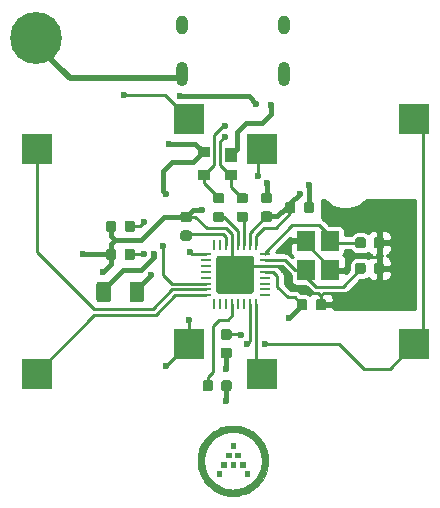
<source format=gbl>
%TF.GenerationSoftware,KiCad,Pcbnew,(5.1.2)-1*%
%TF.CreationDate,2019-08-09T17:52:41+09:00*%
%TF.ProjectId,Voyager4,566f7961-6765-4723-942e-6b696361645f,rev?*%
%TF.SameCoordinates,Original*%
%TF.FileFunction,Copper,L2,Bot*%
%TF.FilePolarity,Positive*%
%FSLAX46Y46*%
G04 Gerber Fmt 4.6, Leading zero omitted, Abs format (unit mm)*
G04 Created by KiCad (PCBNEW (5.1.2)-1) date 2019-08-09 17:52:41*
%MOMM*%
%LPD*%
G04 APERTURE LIST*
%ADD10C,0.010000*%
%ADD11C,4.400000*%
%ADD12R,2.550000X2.500000*%
%ADD13R,1.000000X1.200000*%
%ADD14R,1.000000X0.900000*%
%ADD15R,1.500000X1.700000*%
%ADD16O,0.900000X0.250000*%
%ADD17O,0.250000X0.900000*%
%ADD18C,0.100000*%
%ADD19C,3.250000*%
%ADD20C,0.875000*%
%ADD21C,1.250000*%
%ADD22O,1.000000X1.600000*%
%ADD23O,1.000000X2.100000*%
%ADD24C,0.600000*%
%ADD25C,0.254000*%
%ADD26C,0.381000*%
%ADD27C,0.500000*%
G04 APERTURE END LIST*
D10*
G36*
X68072000Y-62420500D02*
G01*
X68476812Y-62420500D01*
X68476812Y-62015688D01*
X68072000Y-62015688D01*
X68072000Y-62420500D01*
X68072000Y-62420500D01*
G37*
X68072000Y-62420500D02*
X68476812Y-62420500D01*
X68476812Y-62015688D01*
X68072000Y-62015688D01*
X68072000Y-62420500D01*
G36*
X67667187Y-63206313D02*
G01*
X68072000Y-63206313D01*
X68072000Y-62825313D01*
X67667187Y-62825313D01*
X67667187Y-63206313D01*
X67667187Y-63206313D01*
G37*
X67667187Y-63206313D02*
X68072000Y-63206313D01*
X68072000Y-62825313D01*
X67667187Y-62825313D01*
X67667187Y-63206313D01*
G36*
X68476812Y-63206313D02*
G01*
X68857812Y-63206313D01*
X68857812Y-62825313D01*
X68476812Y-62825313D01*
X68476812Y-63206313D01*
X68476812Y-63206313D01*
G37*
X68476812Y-63206313D02*
X68857812Y-63206313D01*
X68857812Y-62825313D01*
X68476812Y-62825313D01*
X68476812Y-63206313D01*
G36*
X67286187Y-64015938D02*
G01*
X67667187Y-64015938D01*
X67667187Y-63611125D01*
X67286187Y-63611125D01*
X67286187Y-64015938D01*
X67286187Y-64015938D01*
G37*
X67286187Y-64015938D02*
X67667187Y-64015938D01*
X67667187Y-63611125D01*
X67286187Y-63611125D01*
X67286187Y-64015938D01*
G36*
X68072000Y-64015938D02*
G01*
X68476812Y-64015938D01*
X68476812Y-63611125D01*
X68072000Y-63611125D01*
X68072000Y-64015938D01*
X68072000Y-64015938D01*
G37*
X68072000Y-64015938D02*
X68476812Y-64015938D01*
X68476812Y-63611125D01*
X68072000Y-63611125D01*
X68072000Y-64015938D01*
G36*
X68857812Y-64015938D02*
G01*
X69262625Y-64015938D01*
X69262625Y-63611125D01*
X68857812Y-63611125D01*
X68857812Y-64015938D01*
X68857812Y-64015938D01*
G37*
X68857812Y-64015938D02*
X69262625Y-64015938D01*
X69262625Y-63611125D01*
X68857812Y-63611125D01*
X68857812Y-64015938D01*
G36*
X66881375Y-64801750D02*
G01*
X67286187Y-64801750D01*
X67286187Y-64396938D01*
X66881375Y-64396938D01*
X66881375Y-64801750D01*
X66881375Y-64801750D01*
G37*
X66881375Y-64801750D02*
X67286187Y-64801750D01*
X67286187Y-64396938D01*
X66881375Y-64396938D01*
X66881375Y-64801750D01*
G36*
X69262625Y-64801750D02*
G01*
X69667437Y-64801750D01*
X69667437Y-64396938D01*
X69262625Y-64396938D01*
X69262625Y-64801750D01*
X69262625Y-64801750D01*
G37*
X69262625Y-64801750D02*
X69667437Y-64801750D01*
X69667437Y-64396938D01*
X69262625Y-64396938D01*
X69262625Y-64801750D01*
G36*
X68258531Y-60528045D02*
G01*
X68134413Y-60529415D01*
X68022701Y-60533572D01*
X67920108Y-60540919D01*
X67823344Y-60551860D01*
X67729122Y-60566798D01*
X67634153Y-60586137D01*
X67535149Y-60610281D01*
X67489870Y-60622418D01*
X67281323Y-60687656D01*
X67079235Y-60766992D01*
X66884372Y-60860028D01*
X66697501Y-60966368D01*
X66519386Y-61085616D01*
X66367240Y-61203617D01*
X66209572Y-61344342D01*
X66062235Y-61495787D01*
X65925914Y-61656885D01*
X65801292Y-61826567D01*
X65689053Y-62003766D01*
X65589880Y-62187416D01*
X65504458Y-62376447D01*
X65433470Y-62569793D01*
X65384716Y-62737803D01*
X65351645Y-62877789D01*
X65326285Y-63009725D01*
X65307893Y-63138997D01*
X65295725Y-63270993D01*
X65289039Y-63411100D01*
X65288386Y-63436500D01*
X65291105Y-63654797D01*
X65309300Y-63869580D01*
X65342965Y-64080821D01*
X65392094Y-64288489D01*
X65456681Y-64492555D01*
X65520878Y-64656487D01*
X65548961Y-64721752D01*
X65573023Y-64775910D01*
X65594892Y-64822613D01*
X65616393Y-64865513D01*
X65639354Y-64908263D01*
X65665600Y-64954515D01*
X65694725Y-65004156D01*
X65813944Y-65190427D01*
X65944048Y-65365153D01*
X66085171Y-65528465D01*
X66237445Y-65680496D01*
X66401003Y-65821380D01*
X66575976Y-65951248D01*
X66758344Y-66067775D01*
X66811173Y-66098744D01*
X66857086Y-66124721D01*
X66899735Y-66147531D01*
X66942772Y-66169001D01*
X66989849Y-66190957D01*
X67044619Y-66215225D01*
X67106013Y-66241622D01*
X67202246Y-66281169D01*
X67290964Y-66314208D01*
X67378078Y-66342695D01*
X67469502Y-66368589D01*
X67552094Y-66389322D01*
X67716610Y-66424876D01*
X67873705Y-66450553D01*
X68027933Y-66466893D01*
X68183851Y-66474436D01*
X68274406Y-66475013D01*
X68325625Y-66474498D01*
X68373746Y-66473793D01*
X68415626Y-66472960D01*
X68448122Y-66472063D01*
X68468090Y-66471165D01*
X68468875Y-66471109D01*
X68685049Y-66447157D01*
X68897806Y-66408170D01*
X69106287Y-66354467D01*
X69309632Y-66286363D01*
X69506984Y-66204176D01*
X69697482Y-66108225D01*
X69880268Y-65998826D01*
X70031224Y-65893796D01*
X70204151Y-65755449D01*
X70364835Y-65607088D01*
X70513049Y-65449039D01*
X70648571Y-65281632D01*
X70771176Y-65105194D01*
X70880639Y-64920052D01*
X70976737Y-64726535D01*
X71059244Y-64524971D01*
X71127937Y-64315688D01*
X71140082Y-64272630D01*
X71166448Y-64170835D01*
X71187833Y-64074511D01*
X71204641Y-63980367D01*
X71217275Y-63885117D01*
X71226140Y-63785470D01*
X71231638Y-63678140D01*
X71234174Y-63559836D01*
X71234455Y-63503969D01*
X71233780Y-63448608D01*
X70701706Y-63448608D01*
X70701603Y-63528746D01*
X70699937Y-63608410D01*
X70696741Y-63683537D01*
X70692044Y-63750060D01*
X70688324Y-63785750D01*
X70656450Y-63983048D01*
X70609799Y-64174663D01*
X70548549Y-64360222D01*
X70472881Y-64539349D01*
X70382973Y-64711669D01*
X70279006Y-64876809D01*
X70161159Y-65034393D01*
X70029612Y-65184047D01*
X70007276Y-65207260D01*
X69873042Y-65334334D01*
X69727340Y-65452270D01*
X69572869Y-65559090D01*
X69412331Y-65652816D01*
X69366542Y-65676504D01*
X69292134Y-65713153D01*
X69226893Y-65743372D01*
X69166396Y-65768940D01*
X69106222Y-65791634D01*
X69041949Y-65813233D01*
X68976875Y-65833227D01*
X68787662Y-65882640D01*
X68601911Y-65917091D01*
X68418173Y-65936714D01*
X68234997Y-65941642D01*
X68050936Y-65932011D01*
X67984394Y-65925031D01*
X67797062Y-65896087D01*
X67617481Y-65854278D01*
X67443143Y-65798854D01*
X67271541Y-65729064D01*
X67174584Y-65682866D01*
X67003952Y-65589447D01*
X66844536Y-65485712D01*
X66695578Y-65370974D01*
X66556321Y-65244550D01*
X66426006Y-65105754D01*
X66303876Y-64953903D01*
X66195608Y-64798259D01*
X66170482Y-64757068D01*
X66141159Y-64704940D01*
X66109459Y-64645496D01*
X66077201Y-64582356D01*
X66046207Y-64519140D01*
X66018294Y-64459467D01*
X65995285Y-64406957D01*
X65981847Y-64373125D01*
X65918980Y-64181584D01*
X65871584Y-63988845D01*
X65839700Y-63795450D01*
X65823370Y-63601940D01*
X65822632Y-63408857D01*
X65837528Y-63216742D01*
X65868098Y-63026136D01*
X65877901Y-62980094D01*
X65911550Y-62843801D01*
X65949858Y-62717618D01*
X65994796Y-62596007D01*
X66048337Y-62473432D01*
X66085996Y-62395958D01*
X66179701Y-62227110D01*
X66286526Y-62066673D01*
X66405702Y-61915368D01*
X66536463Y-61773914D01*
X66678040Y-61643031D01*
X66829666Y-61523440D01*
X66990573Y-61415860D01*
X67159993Y-61321011D01*
X67304175Y-61253480D01*
X67475803Y-61187085D01*
X67648357Y-61135087D01*
X67823844Y-61097078D01*
X68004274Y-61072651D01*
X68191655Y-61061397D01*
X68254562Y-61060507D01*
X68452657Y-61066877D01*
X68644285Y-61087522D01*
X68830219Y-61122673D01*
X69011235Y-61172567D01*
X69188106Y-61237435D01*
X69361606Y-61317513D01*
X69532509Y-61413035D01*
X69633206Y-61477244D01*
X69772639Y-61578772D01*
X69906837Y-61693278D01*
X70034159Y-61818839D01*
X70152965Y-61953531D01*
X70261614Y-62095431D01*
X70358465Y-62242615D01*
X70441878Y-62393161D01*
X70476674Y-62466080D01*
X70538077Y-62610939D01*
X70588308Y-62750178D01*
X70628565Y-62888126D01*
X70660044Y-63029114D01*
X70683944Y-63177471D01*
X70692345Y-63246000D01*
X70697108Y-63303170D01*
X70700218Y-63372061D01*
X70701706Y-63448608D01*
X71233780Y-63448608D01*
X71232710Y-63360973D01*
X71226836Y-63230106D01*
X71216262Y-63108025D01*
X71200415Y-62991385D01*
X71178723Y-62876844D01*
X71150613Y-62761059D01*
X71115514Y-62640687D01*
X71072853Y-62512384D01*
X71057159Y-62468125D01*
X70978774Y-62273406D01*
X70885934Y-62085072D01*
X70778828Y-61903385D01*
X70657648Y-61728608D01*
X70522583Y-61561003D01*
X70373826Y-61400833D01*
X70211567Y-61248360D01*
X70104729Y-61158179D01*
X70018900Y-61092686D01*
X69921361Y-61025360D01*
X69815752Y-60958412D01*
X69705714Y-60894055D01*
X69594887Y-60834500D01*
X69486911Y-60781958D01*
X69480906Y-60779215D01*
X69410946Y-60749342D01*
X69329765Y-60717956D01*
X69241733Y-60686536D01*
X69151221Y-60656562D01*
X69062599Y-60629511D01*
X68980236Y-60606864D01*
X68948350Y-60598971D01*
X68855125Y-60578203D01*
X68766151Y-60561543D01*
X68678147Y-60548652D01*
X68587831Y-60539195D01*
X68491922Y-60532832D01*
X68387140Y-60529228D01*
X68270205Y-60528044D01*
X68258531Y-60528045D01*
X68258531Y-60528045D01*
G37*
X68258531Y-60528045D02*
X68134413Y-60529415D01*
X68022701Y-60533572D01*
X67920108Y-60540919D01*
X67823344Y-60551860D01*
X67729122Y-60566798D01*
X67634153Y-60586137D01*
X67535149Y-60610281D01*
X67489870Y-60622418D01*
X67281323Y-60687656D01*
X67079235Y-60766992D01*
X66884372Y-60860028D01*
X66697501Y-60966368D01*
X66519386Y-61085616D01*
X66367240Y-61203617D01*
X66209572Y-61344342D01*
X66062235Y-61495787D01*
X65925914Y-61656885D01*
X65801292Y-61826567D01*
X65689053Y-62003766D01*
X65589880Y-62187416D01*
X65504458Y-62376447D01*
X65433470Y-62569793D01*
X65384716Y-62737803D01*
X65351645Y-62877789D01*
X65326285Y-63009725D01*
X65307893Y-63138997D01*
X65295725Y-63270993D01*
X65289039Y-63411100D01*
X65288386Y-63436500D01*
X65291105Y-63654797D01*
X65309300Y-63869580D01*
X65342965Y-64080821D01*
X65392094Y-64288489D01*
X65456681Y-64492555D01*
X65520878Y-64656487D01*
X65548961Y-64721752D01*
X65573023Y-64775910D01*
X65594892Y-64822613D01*
X65616393Y-64865513D01*
X65639354Y-64908263D01*
X65665600Y-64954515D01*
X65694725Y-65004156D01*
X65813944Y-65190427D01*
X65944048Y-65365153D01*
X66085171Y-65528465D01*
X66237445Y-65680496D01*
X66401003Y-65821380D01*
X66575976Y-65951248D01*
X66758344Y-66067775D01*
X66811173Y-66098744D01*
X66857086Y-66124721D01*
X66899735Y-66147531D01*
X66942772Y-66169001D01*
X66989849Y-66190957D01*
X67044619Y-66215225D01*
X67106013Y-66241622D01*
X67202246Y-66281169D01*
X67290964Y-66314208D01*
X67378078Y-66342695D01*
X67469502Y-66368589D01*
X67552094Y-66389322D01*
X67716610Y-66424876D01*
X67873705Y-66450553D01*
X68027933Y-66466893D01*
X68183851Y-66474436D01*
X68274406Y-66475013D01*
X68325625Y-66474498D01*
X68373746Y-66473793D01*
X68415626Y-66472960D01*
X68448122Y-66472063D01*
X68468090Y-66471165D01*
X68468875Y-66471109D01*
X68685049Y-66447157D01*
X68897806Y-66408170D01*
X69106287Y-66354467D01*
X69309632Y-66286363D01*
X69506984Y-66204176D01*
X69697482Y-66108225D01*
X69880268Y-65998826D01*
X70031224Y-65893796D01*
X70204151Y-65755449D01*
X70364835Y-65607088D01*
X70513049Y-65449039D01*
X70648571Y-65281632D01*
X70771176Y-65105194D01*
X70880639Y-64920052D01*
X70976737Y-64726535D01*
X71059244Y-64524971D01*
X71127937Y-64315688D01*
X71140082Y-64272630D01*
X71166448Y-64170835D01*
X71187833Y-64074511D01*
X71204641Y-63980367D01*
X71217275Y-63885117D01*
X71226140Y-63785470D01*
X71231638Y-63678140D01*
X71234174Y-63559836D01*
X71234455Y-63503969D01*
X71233780Y-63448608D01*
X70701706Y-63448608D01*
X70701603Y-63528746D01*
X70699937Y-63608410D01*
X70696741Y-63683537D01*
X70692044Y-63750060D01*
X70688324Y-63785750D01*
X70656450Y-63983048D01*
X70609799Y-64174663D01*
X70548549Y-64360222D01*
X70472881Y-64539349D01*
X70382973Y-64711669D01*
X70279006Y-64876809D01*
X70161159Y-65034393D01*
X70029612Y-65184047D01*
X70007276Y-65207260D01*
X69873042Y-65334334D01*
X69727340Y-65452270D01*
X69572869Y-65559090D01*
X69412331Y-65652816D01*
X69366542Y-65676504D01*
X69292134Y-65713153D01*
X69226893Y-65743372D01*
X69166396Y-65768940D01*
X69106222Y-65791634D01*
X69041949Y-65813233D01*
X68976875Y-65833227D01*
X68787662Y-65882640D01*
X68601911Y-65917091D01*
X68418173Y-65936714D01*
X68234997Y-65941642D01*
X68050936Y-65932011D01*
X67984394Y-65925031D01*
X67797062Y-65896087D01*
X67617481Y-65854278D01*
X67443143Y-65798854D01*
X67271541Y-65729064D01*
X67174584Y-65682866D01*
X67003952Y-65589447D01*
X66844536Y-65485712D01*
X66695578Y-65370974D01*
X66556321Y-65244550D01*
X66426006Y-65105754D01*
X66303876Y-64953903D01*
X66195608Y-64798259D01*
X66170482Y-64757068D01*
X66141159Y-64704940D01*
X66109459Y-64645496D01*
X66077201Y-64582356D01*
X66046207Y-64519140D01*
X66018294Y-64459467D01*
X65995285Y-64406957D01*
X65981847Y-64373125D01*
X65918980Y-64181584D01*
X65871584Y-63988845D01*
X65839700Y-63795450D01*
X65823370Y-63601940D01*
X65822632Y-63408857D01*
X65837528Y-63216742D01*
X65868098Y-63026136D01*
X65877901Y-62980094D01*
X65911550Y-62843801D01*
X65949858Y-62717618D01*
X65994796Y-62596007D01*
X66048337Y-62473432D01*
X66085996Y-62395958D01*
X66179701Y-62227110D01*
X66286526Y-62066673D01*
X66405702Y-61915368D01*
X66536463Y-61773914D01*
X66678040Y-61643031D01*
X66829666Y-61523440D01*
X66990573Y-61415860D01*
X67159993Y-61321011D01*
X67304175Y-61253480D01*
X67475803Y-61187085D01*
X67648357Y-61135087D01*
X67823844Y-61097078D01*
X68004274Y-61072651D01*
X68191655Y-61061397D01*
X68254562Y-61060507D01*
X68452657Y-61066877D01*
X68644285Y-61087522D01*
X68830219Y-61122673D01*
X69011235Y-61172567D01*
X69188106Y-61237435D01*
X69361606Y-61317513D01*
X69532509Y-61413035D01*
X69633206Y-61477244D01*
X69772639Y-61578772D01*
X69906837Y-61693278D01*
X70034159Y-61818839D01*
X70152965Y-61953531D01*
X70261614Y-62095431D01*
X70358465Y-62242615D01*
X70441878Y-62393161D01*
X70476674Y-62466080D01*
X70538077Y-62610939D01*
X70588308Y-62750178D01*
X70628565Y-62888126D01*
X70660044Y-63029114D01*
X70683944Y-63177471D01*
X70692345Y-63246000D01*
X70697108Y-63303170D01*
X70700218Y-63372061D01*
X70701706Y-63448608D01*
X71233780Y-63448608D01*
X71232710Y-63360973D01*
X71226836Y-63230106D01*
X71216262Y-63108025D01*
X71200415Y-62991385D01*
X71178723Y-62876844D01*
X71150613Y-62761059D01*
X71115514Y-62640687D01*
X71072853Y-62512384D01*
X71057159Y-62468125D01*
X70978774Y-62273406D01*
X70885934Y-62085072D01*
X70778828Y-61903385D01*
X70657648Y-61728608D01*
X70522583Y-61561003D01*
X70373826Y-61400833D01*
X70211567Y-61248360D01*
X70104729Y-61158179D01*
X70018900Y-61092686D01*
X69921361Y-61025360D01*
X69815752Y-60958412D01*
X69705714Y-60894055D01*
X69594887Y-60834500D01*
X69486911Y-60781958D01*
X69480906Y-60779215D01*
X69410946Y-60749342D01*
X69329765Y-60717956D01*
X69241733Y-60686536D01*
X69151221Y-60656562D01*
X69062599Y-60629511D01*
X68980236Y-60606864D01*
X68948350Y-60598971D01*
X68855125Y-60578203D01*
X68766151Y-60561543D01*
X68678147Y-60548652D01*
X68587831Y-60539195D01*
X68491922Y-60532832D01*
X68387140Y-60529228D01*
X68270205Y-60528044D01*
X68258531Y-60528045D01*
D11*
X51632800Y-27700799D03*
D12*
X64579500Y-34607500D03*
X51652500Y-37147500D03*
D13*
X68079000Y-37604000D03*
D14*
X65779000Y-37404000D03*
X68079000Y-39304000D03*
X65779000Y-39304000D03*
D15*
X76469750Y-44882750D03*
X76469750Y-47382750D03*
X74469750Y-47382750D03*
X74469750Y-44882750D03*
D16*
X70953000Y-46002000D03*
X70953000Y-46502000D03*
X70953000Y-47002000D03*
X70953000Y-47502000D03*
X70953000Y-48002000D03*
X70953000Y-48502000D03*
X70953000Y-49002000D03*
X70953000Y-49502000D03*
D17*
X70203000Y-50252000D03*
X69703000Y-50252000D03*
X69203000Y-50252000D03*
X68703000Y-50252000D03*
X68203000Y-50252000D03*
X67703000Y-50252000D03*
X67203000Y-50252000D03*
X66703000Y-50252000D03*
D16*
X65953000Y-49502000D03*
X65953000Y-49002000D03*
X65953000Y-48502000D03*
X65953000Y-48002000D03*
X65953000Y-47502000D03*
X65953000Y-47002000D03*
X65953000Y-46502000D03*
X65953000Y-46002000D03*
D17*
X66703000Y-45252000D03*
X67203000Y-45252000D03*
X67703000Y-45252000D03*
X68203000Y-45252000D03*
X68703000Y-45252000D03*
X69203000Y-45252000D03*
X69703000Y-45252000D03*
X70203000Y-45252000D03*
D18*
G36*
X69784856Y-46128565D02*
G01*
X69816404Y-46133245D01*
X69847343Y-46140994D01*
X69877372Y-46151739D01*
X69906204Y-46165376D01*
X69933560Y-46181772D01*
X69959178Y-46200772D01*
X69982810Y-46222190D01*
X70004228Y-46245822D01*
X70023228Y-46271440D01*
X70039624Y-46298796D01*
X70053261Y-46327628D01*
X70064006Y-46357657D01*
X70071755Y-46388596D01*
X70076435Y-46420144D01*
X70078000Y-46452000D01*
X70078000Y-49052000D01*
X70076435Y-49083856D01*
X70071755Y-49115404D01*
X70064006Y-49146343D01*
X70053261Y-49176372D01*
X70039624Y-49205204D01*
X70023228Y-49232560D01*
X70004228Y-49258178D01*
X69982810Y-49281810D01*
X69959178Y-49303228D01*
X69933560Y-49322228D01*
X69906204Y-49338624D01*
X69877372Y-49352261D01*
X69847343Y-49363006D01*
X69816404Y-49370755D01*
X69784856Y-49375435D01*
X69753000Y-49377000D01*
X67153000Y-49377000D01*
X67121144Y-49375435D01*
X67089596Y-49370755D01*
X67058657Y-49363006D01*
X67028628Y-49352261D01*
X66999796Y-49338624D01*
X66972440Y-49322228D01*
X66946822Y-49303228D01*
X66923190Y-49281810D01*
X66901772Y-49258178D01*
X66882772Y-49232560D01*
X66866376Y-49205204D01*
X66852739Y-49176372D01*
X66841994Y-49146343D01*
X66834245Y-49115404D01*
X66829565Y-49083856D01*
X66828000Y-49052000D01*
X66828000Y-46452000D01*
X66829565Y-46420144D01*
X66834245Y-46388596D01*
X66841994Y-46357657D01*
X66852739Y-46327628D01*
X66866376Y-46298796D01*
X66882772Y-46271440D01*
X66901772Y-46245822D01*
X66923190Y-46222190D01*
X66946822Y-46200772D01*
X66972440Y-46181772D01*
X66999796Y-46165376D01*
X67028628Y-46151739D01*
X67058657Y-46140994D01*
X67089596Y-46133245D01*
X67121144Y-46128565D01*
X67153000Y-46127000D01*
X69753000Y-46127000D01*
X69784856Y-46128565D01*
X69784856Y-46128565D01*
G37*
D19*
X68453000Y-47752000D03*
D18*
G36*
X58190191Y-45563553D02*
G01*
X58211426Y-45566703D01*
X58232250Y-45571919D01*
X58252462Y-45579151D01*
X58271868Y-45588330D01*
X58290281Y-45599366D01*
X58307524Y-45612154D01*
X58323430Y-45626570D01*
X58337846Y-45642476D01*
X58350634Y-45659719D01*
X58361670Y-45678132D01*
X58370849Y-45697538D01*
X58378081Y-45717750D01*
X58383297Y-45738574D01*
X58386447Y-45759809D01*
X58387500Y-45781250D01*
X58387500Y-46293750D01*
X58386447Y-46315191D01*
X58383297Y-46336426D01*
X58378081Y-46357250D01*
X58370849Y-46377462D01*
X58361670Y-46396868D01*
X58350634Y-46415281D01*
X58337846Y-46432524D01*
X58323430Y-46448430D01*
X58307524Y-46462846D01*
X58290281Y-46475634D01*
X58271868Y-46486670D01*
X58252462Y-46495849D01*
X58232250Y-46503081D01*
X58211426Y-46508297D01*
X58190191Y-46511447D01*
X58168750Y-46512500D01*
X57731250Y-46512500D01*
X57709809Y-46511447D01*
X57688574Y-46508297D01*
X57667750Y-46503081D01*
X57647538Y-46495849D01*
X57628132Y-46486670D01*
X57609719Y-46475634D01*
X57592476Y-46462846D01*
X57576570Y-46448430D01*
X57562154Y-46432524D01*
X57549366Y-46415281D01*
X57538330Y-46396868D01*
X57529151Y-46377462D01*
X57521919Y-46357250D01*
X57516703Y-46336426D01*
X57513553Y-46315191D01*
X57512500Y-46293750D01*
X57512500Y-45781250D01*
X57513553Y-45759809D01*
X57516703Y-45738574D01*
X57521919Y-45717750D01*
X57529151Y-45697538D01*
X57538330Y-45678132D01*
X57549366Y-45659719D01*
X57562154Y-45642476D01*
X57576570Y-45626570D01*
X57592476Y-45612154D01*
X57609719Y-45599366D01*
X57628132Y-45588330D01*
X57647538Y-45579151D01*
X57667750Y-45571919D01*
X57688574Y-45566703D01*
X57709809Y-45563553D01*
X57731250Y-45562500D01*
X58168750Y-45562500D01*
X58190191Y-45563553D01*
X58190191Y-45563553D01*
G37*
D20*
X57950000Y-46037500D03*
D18*
G36*
X59765191Y-45563553D02*
G01*
X59786426Y-45566703D01*
X59807250Y-45571919D01*
X59827462Y-45579151D01*
X59846868Y-45588330D01*
X59865281Y-45599366D01*
X59882524Y-45612154D01*
X59898430Y-45626570D01*
X59912846Y-45642476D01*
X59925634Y-45659719D01*
X59936670Y-45678132D01*
X59945849Y-45697538D01*
X59953081Y-45717750D01*
X59958297Y-45738574D01*
X59961447Y-45759809D01*
X59962500Y-45781250D01*
X59962500Y-46293750D01*
X59961447Y-46315191D01*
X59958297Y-46336426D01*
X59953081Y-46357250D01*
X59945849Y-46377462D01*
X59936670Y-46396868D01*
X59925634Y-46415281D01*
X59912846Y-46432524D01*
X59898430Y-46448430D01*
X59882524Y-46462846D01*
X59865281Y-46475634D01*
X59846868Y-46486670D01*
X59827462Y-46495849D01*
X59807250Y-46503081D01*
X59786426Y-46508297D01*
X59765191Y-46511447D01*
X59743750Y-46512500D01*
X59306250Y-46512500D01*
X59284809Y-46511447D01*
X59263574Y-46508297D01*
X59242750Y-46503081D01*
X59222538Y-46495849D01*
X59203132Y-46486670D01*
X59184719Y-46475634D01*
X59167476Y-46462846D01*
X59151570Y-46448430D01*
X59137154Y-46432524D01*
X59124366Y-46415281D01*
X59113330Y-46396868D01*
X59104151Y-46377462D01*
X59096919Y-46357250D01*
X59091703Y-46336426D01*
X59088553Y-46315191D01*
X59087500Y-46293750D01*
X59087500Y-45781250D01*
X59088553Y-45759809D01*
X59091703Y-45738574D01*
X59096919Y-45717750D01*
X59104151Y-45697538D01*
X59113330Y-45678132D01*
X59124366Y-45659719D01*
X59137154Y-45642476D01*
X59151570Y-45626570D01*
X59167476Y-45612154D01*
X59184719Y-45599366D01*
X59203132Y-45588330D01*
X59222538Y-45579151D01*
X59242750Y-45571919D01*
X59263574Y-45566703D01*
X59284809Y-45563553D01*
X59306250Y-45562500D01*
X59743750Y-45562500D01*
X59765191Y-45563553D01*
X59765191Y-45563553D01*
G37*
D20*
X59525000Y-46037500D03*
D18*
G36*
X66381691Y-56676053D02*
G01*
X66402926Y-56679203D01*
X66423750Y-56684419D01*
X66443962Y-56691651D01*
X66463368Y-56700830D01*
X66481781Y-56711866D01*
X66499024Y-56724654D01*
X66514930Y-56739070D01*
X66529346Y-56754976D01*
X66542134Y-56772219D01*
X66553170Y-56790632D01*
X66562349Y-56810038D01*
X66569581Y-56830250D01*
X66574797Y-56851074D01*
X66577947Y-56872309D01*
X66579000Y-56893750D01*
X66579000Y-57406250D01*
X66577947Y-57427691D01*
X66574797Y-57448926D01*
X66569581Y-57469750D01*
X66562349Y-57489962D01*
X66553170Y-57509368D01*
X66542134Y-57527781D01*
X66529346Y-57545024D01*
X66514930Y-57560930D01*
X66499024Y-57575346D01*
X66481781Y-57588134D01*
X66463368Y-57599170D01*
X66443962Y-57608349D01*
X66423750Y-57615581D01*
X66402926Y-57620797D01*
X66381691Y-57623947D01*
X66360250Y-57625000D01*
X65922750Y-57625000D01*
X65901309Y-57623947D01*
X65880074Y-57620797D01*
X65859250Y-57615581D01*
X65839038Y-57608349D01*
X65819632Y-57599170D01*
X65801219Y-57588134D01*
X65783976Y-57575346D01*
X65768070Y-57560930D01*
X65753654Y-57545024D01*
X65740866Y-57527781D01*
X65729830Y-57509368D01*
X65720651Y-57489962D01*
X65713419Y-57469750D01*
X65708203Y-57448926D01*
X65705053Y-57427691D01*
X65704000Y-57406250D01*
X65704000Y-56893750D01*
X65705053Y-56872309D01*
X65708203Y-56851074D01*
X65713419Y-56830250D01*
X65720651Y-56810038D01*
X65729830Y-56790632D01*
X65740866Y-56772219D01*
X65753654Y-56754976D01*
X65768070Y-56739070D01*
X65783976Y-56724654D01*
X65801219Y-56711866D01*
X65819632Y-56700830D01*
X65839038Y-56691651D01*
X65859250Y-56684419D01*
X65880074Y-56679203D01*
X65901309Y-56676053D01*
X65922750Y-56675000D01*
X66360250Y-56675000D01*
X66381691Y-56676053D01*
X66381691Y-56676053D01*
G37*
D20*
X66141500Y-57150000D03*
D18*
G36*
X67956691Y-56676053D02*
G01*
X67977926Y-56679203D01*
X67998750Y-56684419D01*
X68018962Y-56691651D01*
X68038368Y-56700830D01*
X68056781Y-56711866D01*
X68074024Y-56724654D01*
X68089930Y-56739070D01*
X68104346Y-56754976D01*
X68117134Y-56772219D01*
X68128170Y-56790632D01*
X68137349Y-56810038D01*
X68144581Y-56830250D01*
X68149797Y-56851074D01*
X68152947Y-56872309D01*
X68154000Y-56893750D01*
X68154000Y-57406250D01*
X68152947Y-57427691D01*
X68149797Y-57448926D01*
X68144581Y-57469750D01*
X68137349Y-57489962D01*
X68128170Y-57509368D01*
X68117134Y-57527781D01*
X68104346Y-57545024D01*
X68089930Y-57560930D01*
X68074024Y-57575346D01*
X68056781Y-57588134D01*
X68038368Y-57599170D01*
X68018962Y-57608349D01*
X67998750Y-57615581D01*
X67977926Y-57620797D01*
X67956691Y-57623947D01*
X67935250Y-57625000D01*
X67497750Y-57625000D01*
X67476309Y-57623947D01*
X67455074Y-57620797D01*
X67434250Y-57615581D01*
X67414038Y-57608349D01*
X67394632Y-57599170D01*
X67376219Y-57588134D01*
X67358976Y-57575346D01*
X67343070Y-57560930D01*
X67328654Y-57545024D01*
X67315866Y-57527781D01*
X67304830Y-57509368D01*
X67295651Y-57489962D01*
X67288419Y-57469750D01*
X67283203Y-57448926D01*
X67280053Y-57427691D01*
X67279000Y-57406250D01*
X67279000Y-56893750D01*
X67280053Y-56872309D01*
X67283203Y-56851074D01*
X67288419Y-56830250D01*
X67295651Y-56810038D01*
X67304830Y-56790632D01*
X67315866Y-56772219D01*
X67328654Y-56754976D01*
X67343070Y-56739070D01*
X67358976Y-56724654D01*
X67376219Y-56711866D01*
X67394632Y-56700830D01*
X67414038Y-56691651D01*
X67434250Y-56684419D01*
X67455074Y-56679203D01*
X67476309Y-56676053D01*
X67497750Y-56675000D01*
X67935250Y-56675000D01*
X67956691Y-56676053D01*
X67956691Y-56676053D01*
G37*
D20*
X67716500Y-57150000D03*
D18*
G36*
X58190191Y-43182303D02*
G01*
X58211426Y-43185453D01*
X58232250Y-43190669D01*
X58252462Y-43197901D01*
X58271868Y-43207080D01*
X58290281Y-43218116D01*
X58307524Y-43230904D01*
X58323430Y-43245320D01*
X58337846Y-43261226D01*
X58350634Y-43278469D01*
X58361670Y-43296882D01*
X58370849Y-43316288D01*
X58378081Y-43336500D01*
X58383297Y-43357324D01*
X58386447Y-43378559D01*
X58387500Y-43400000D01*
X58387500Y-43912500D01*
X58386447Y-43933941D01*
X58383297Y-43955176D01*
X58378081Y-43976000D01*
X58370849Y-43996212D01*
X58361670Y-44015618D01*
X58350634Y-44034031D01*
X58337846Y-44051274D01*
X58323430Y-44067180D01*
X58307524Y-44081596D01*
X58290281Y-44094384D01*
X58271868Y-44105420D01*
X58252462Y-44114599D01*
X58232250Y-44121831D01*
X58211426Y-44127047D01*
X58190191Y-44130197D01*
X58168750Y-44131250D01*
X57731250Y-44131250D01*
X57709809Y-44130197D01*
X57688574Y-44127047D01*
X57667750Y-44121831D01*
X57647538Y-44114599D01*
X57628132Y-44105420D01*
X57609719Y-44094384D01*
X57592476Y-44081596D01*
X57576570Y-44067180D01*
X57562154Y-44051274D01*
X57549366Y-44034031D01*
X57538330Y-44015618D01*
X57529151Y-43996212D01*
X57521919Y-43976000D01*
X57516703Y-43955176D01*
X57513553Y-43933941D01*
X57512500Y-43912500D01*
X57512500Y-43400000D01*
X57513553Y-43378559D01*
X57516703Y-43357324D01*
X57521919Y-43336500D01*
X57529151Y-43316288D01*
X57538330Y-43296882D01*
X57549366Y-43278469D01*
X57562154Y-43261226D01*
X57576570Y-43245320D01*
X57592476Y-43230904D01*
X57609719Y-43218116D01*
X57628132Y-43207080D01*
X57647538Y-43197901D01*
X57667750Y-43190669D01*
X57688574Y-43185453D01*
X57709809Y-43182303D01*
X57731250Y-43181250D01*
X58168750Y-43181250D01*
X58190191Y-43182303D01*
X58190191Y-43182303D01*
G37*
D20*
X57950000Y-43656250D03*
D18*
G36*
X59765191Y-43182303D02*
G01*
X59786426Y-43185453D01*
X59807250Y-43190669D01*
X59827462Y-43197901D01*
X59846868Y-43207080D01*
X59865281Y-43218116D01*
X59882524Y-43230904D01*
X59898430Y-43245320D01*
X59912846Y-43261226D01*
X59925634Y-43278469D01*
X59936670Y-43296882D01*
X59945849Y-43316288D01*
X59953081Y-43336500D01*
X59958297Y-43357324D01*
X59961447Y-43378559D01*
X59962500Y-43400000D01*
X59962500Y-43912500D01*
X59961447Y-43933941D01*
X59958297Y-43955176D01*
X59953081Y-43976000D01*
X59945849Y-43996212D01*
X59936670Y-44015618D01*
X59925634Y-44034031D01*
X59912846Y-44051274D01*
X59898430Y-44067180D01*
X59882524Y-44081596D01*
X59865281Y-44094384D01*
X59846868Y-44105420D01*
X59827462Y-44114599D01*
X59807250Y-44121831D01*
X59786426Y-44127047D01*
X59765191Y-44130197D01*
X59743750Y-44131250D01*
X59306250Y-44131250D01*
X59284809Y-44130197D01*
X59263574Y-44127047D01*
X59242750Y-44121831D01*
X59222538Y-44114599D01*
X59203132Y-44105420D01*
X59184719Y-44094384D01*
X59167476Y-44081596D01*
X59151570Y-44067180D01*
X59137154Y-44051274D01*
X59124366Y-44034031D01*
X59113330Y-44015618D01*
X59104151Y-43996212D01*
X59096919Y-43976000D01*
X59091703Y-43955176D01*
X59088553Y-43933941D01*
X59087500Y-43912500D01*
X59087500Y-43400000D01*
X59088553Y-43378559D01*
X59091703Y-43357324D01*
X59096919Y-43336500D01*
X59104151Y-43316288D01*
X59113330Y-43296882D01*
X59124366Y-43278469D01*
X59137154Y-43261226D01*
X59151570Y-43245320D01*
X59167476Y-43230904D01*
X59184719Y-43218116D01*
X59203132Y-43207080D01*
X59222538Y-43197901D01*
X59242750Y-43190669D01*
X59263574Y-43185453D01*
X59284809Y-43182303D01*
X59306250Y-43181250D01*
X59743750Y-43181250D01*
X59765191Y-43182303D01*
X59765191Y-43182303D01*
G37*
D20*
X59525000Y-43656250D03*
D18*
G36*
X67333691Y-42419803D02*
G01*
X67354926Y-42422953D01*
X67375750Y-42428169D01*
X67395962Y-42435401D01*
X67415368Y-42444580D01*
X67433781Y-42455616D01*
X67451024Y-42468404D01*
X67466930Y-42482820D01*
X67481346Y-42498726D01*
X67494134Y-42515969D01*
X67505170Y-42534382D01*
X67514349Y-42553788D01*
X67521581Y-42574000D01*
X67526797Y-42594824D01*
X67529947Y-42616059D01*
X67531000Y-42637500D01*
X67531000Y-43075000D01*
X67529947Y-43096441D01*
X67526797Y-43117676D01*
X67521581Y-43138500D01*
X67514349Y-43158712D01*
X67505170Y-43178118D01*
X67494134Y-43196531D01*
X67481346Y-43213774D01*
X67466930Y-43229680D01*
X67451024Y-43244096D01*
X67433781Y-43256884D01*
X67415368Y-43267920D01*
X67395962Y-43277099D01*
X67375750Y-43284331D01*
X67354926Y-43289547D01*
X67333691Y-43292697D01*
X67312250Y-43293750D01*
X66799750Y-43293750D01*
X66778309Y-43292697D01*
X66757074Y-43289547D01*
X66736250Y-43284331D01*
X66716038Y-43277099D01*
X66696632Y-43267920D01*
X66678219Y-43256884D01*
X66660976Y-43244096D01*
X66645070Y-43229680D01*
X66630654Y-43213774D01*
X66617866Y-43196531D01*
X66606830Y-43178118D01*
X66597651Y-43158712D01*
X66590419Y-43138500D01*
X66585203Y-43117676D01*
X66582053Y-43096441D01*
X66581000Y-43075000D01*
X66581000Y-42637500D01*
X66582053Y-42616059D01*
X66585203Y-42594824D01*
X66590419Y-42574000D01*
X66597651Y-42553788D01*
X66606830Y-42534382D01*
X66617866Y-42515969D01*
X66630654Y-42498726D01*
X66645070Y-42482820D01*
X66660976Y-42468404D01*
X66678219Y-42455616D01*
X66696632Y-42444580D01*
X66716038Y-42435401D01*
X66736250Y-42428169D01*
X66757074Y-42422953D01*
X66778309Y-42419803D01*
X66799750Y-42418750D01*
X67312250Y-42418750D01*
X67333691Y-42419803D01*
X67333691Y-42419803D01*
G37*
D20*
X67056000Y-42856250D03*
D18*
G36*
X67333691Y-40844803D02*
G01*
X67354926Y-40847953D01*
X67375750Y-40853169D01*
X67395962Y-40860401D01*
X67415368Y-40869580D01*
X67433781Y-40880616D01*
X67451024Y-40893404D01*
X67466930Y-40907820D01*
X67481346Y-40923726D01*
X67494134Y-40940969D01*
X67505170Y-40959382D01*
X67514349Y-40978788D01*
X67521581Y-40999000D01*
X67526797Y-41019824D01*
X67529947Y-41041059D01*
X67531000Y-41062500D01*
X67531000Y-41500000D01*
X67529947Y-41521441D01*
X67526797Y-41542676D01*
X67521581Y-41563500D01*
X67514349Y-41583712D01*
X67505170Y-41603118D01*
X67494134Y-41621531D01*
X67481346Y-41638774D01*
X67466930Y-41654680D01*
X67451024Y-41669096D01*
X67433781Y-41681884D01*
X67415368Y-41692920D01*
X67395962Y-41702099D01*
X67375750Y-41709331D01*
X67354926Y-41714547D01*
X67333691Y-41717697D01*
X67312250Y-41718750D01*
X66799750Y-41718750D01*
X66778309Y-41717697D01*
X66757074Y-41714547D01*
X66736250Y-41709331D01*
X66716038Y-41702099D01*
X66696632Y-41692920D01*
X66678219Y-41681884D01*
X66660976Y-41669096D01*
X66645070Y-41654680D01*
X66630654Y-41638774D01*
X66617866Y-41621531D01*
X66606830Y-41603118D01*
X66597651Y-41583712D01*
X66590419Y-41563500D01*
X66585203Y-41542676D01*
X66582053Y-41521441D01*
X66581000Y-41500000D01*
X66581000Y-41062500D01*
X66582053Y-41041059D01*
X66585203Y-41019824D01*
X66590419Y-40999000D01*
X66597651Y-40978788D01*
X66606830Y-40959382D01*
X66617866Y-40940969D01*
X66630654Y-40923726D01*
X66645070Y-40907820D01*
X66660976Y-40893404D01*
X66678219Y-40880616D01*
X66696632Y-40869580D01*
X66716038Y-40860401D01*
X66736250Y-40853169D01*
X66757074Y-40847953D01*
X66778309Y-40844803D01*
X66799750Y-40843750D01*
X67312250Y-40843750D01*
X67333691Y-40844803D01*
X67333691Y-40844803D01*
G37*
D20*
X67056000Y-41281250D03*
D18*
G36*
X69333941Y-40844803D02*
G01*
X69355176Y-40847953D01*
X69376000Y-40853169D01*
X69396212Y-40860401D01*
X69415618Y-40869580D01*
X69434031Y-40880616D01*
X69451274Y-40893404D01*
X69467180Y-40907820D01*
X69481596Y-40923726D01*
X69494384Y-40940969D01*
X69505420Y-40959382D01*
X69514599Y-40978788D01*
X69521831Y-40999000D01*
X69527047Y-41019824D01*
X69530197Y-41041059D01*
X69531250Y-41062500D01*
X69531250Y-41500000D01*
X69530197Y-41521441D01*
X69527047Y-41542676D01*
X69521831Y-41563500D01*
X69514599Y-41583712D01*
X69505420Y-41603118D01*
X69494384Y-41621531D01*
X69481596Y-41638774D01*
X69467180Y-41654680D01*
X69451274Y-41669096D01*
X69434031Y-41681884D01*
X69415618Y-41692920D01*
X69396212Y-41702099D01*
X69376000Y-41709331D01*
X69355176Y-41714547D01*
X69333941Y-41717697D01*
X69312500Y-41718750D01*
X68800000Y-41718750D01*
X68778559Y-41717697D01*
X68757324Y-41714547D01*
X68736500Y-41709331D01*
X68716288Y-41702099D01*
X68696882Y-41692920D01*
X68678469Y-41681884D01*
X68661226Y-41669096D01*
X68645320Y-41654680D01*
X68630904Y-41638774D01*
X68618116Y-41621531D01*
X68607080Y-41603118D01*
X68597901Y-41583712D01*
X68590669Y-41563500D01*
X68585453Y-41542676D01*
X68582303Y-41521441D01*
X68581250Y-41500000D01*
X68581250Y-41062500D01*
X68582303Y-41041059D01*
X68585453Y-41019824D01*
X68590669Y-40999000D01*
X68597901Y-40978788D01*
X68607080Y-40959382D01*
X68618116Y-40940969D01*
X68630904Y-40923726D01*
X68645320Y-40907820D01*
X68661226Y-40893404D01*
X68678469Y-40880616D01*
X68696882Y-40869580D01*
X68716288Y-40860401D01*
X68736500Y-40853169D01*
X68757324Y-40847953D01*
X68778559Y-40844803D01*
X68800000Y-40843750D01*
X69312500Y-40843750D01*
X69333941Y-40844803D01*
X69333941Y-40844803D01*
G37*
D20*
X69056250Y-41281250D03*
D18*
G36*
X69333941Y-42419803D02*
G01*
X69355176Y-42422953D01*
X69376000Y-42428169D01*
X69396212Y-42435401D01*
X69415618Y-42444580D01*
X69434031Y-42455616D01*
X69451274Y-42468404D01*
X69467180Y-42482820D01*
X69481596Y-42498726D01*
X69494384Y-42515969D01*
X69505420Y-42534382D01*
X69514599Y-42553788D01*
X69521831Y-42574000D01*
X69527047Y-42594824D01*
X69530197Y-42616059D01*
X69531250Y-42637500D01*
X69531250Y-43075000D01*
X69530197Y-43096441D01*
X69527047Y-43117676D01*
X69521831Y-43138500D01*
X69514599Y-43158712D01*
X69505420Y-43178118D01*
X69494384Y-43196531D01*
X69481596Y-43213774D01*
X69467180Y-43229680D01*
X69451274Y-43244096D01*
X69434031Y-43256884D01*
X69415618Y-43267920D01*
X69396212Y-43277099D01*
X69376000Y-43284331D01*
X69355176Y-43289547D01*
X69333941Y-43292697D01*
X69312500Y-43293750D01*
X68800000Y-43293750D01*
X68778559Y-43292697D01*
X68757324Y-43289547D01*
X68736500Y-43284331D01*
X68716288Y-43277099D01*
X68696882Y-43267920D01*
X68678469Y-43256884D01*
X68661226Y-43244096D01*
X68645320Y-43229680D01*
X68630904Y-43213774D01*
X68618116Y-43196531D01*
X68607080Y-43178118D01*
X68597901Y-43158712D01*
X68590669Y-43138500D01*
X68585453Y-43117676D01*
X68582303Y-43096441D01*
X68581250Y-43075000D01*
X68581250Y-42637500D01*
X68582303Y-42616059D01*
X68585453Y-42594824D01*
X68590669Y-42574000D01*
X68597901Y-42553788D01*
X68607080Y-42534382D01*
X68618116Y-42515969D01*
X68630904Y-42498726D01*
X68645320Y-42482820D01*
X68661226Y-42468404D01*
X68678469Y-42455616D01*
X68696882Y-42444580D01*
X68716288Y-42435401D01*
X68736500Y-42428169D01*
X68757324Y-42422953D01*
X68778559Y-42419803D01*
X68800000Y-42418750D01*
X69312500Y-42418750D01*
X69333941Y-42419803D01*
X69333941Y-42419803D01*
G37*
D20*
X69056250Y-42856250D03*
D18*
G36*
X67968691Y-52370053D02*
G01*
X67989926Y-52373203D01*
X68010750Y-52378419D01*
X68030962Y-52385651D01*
X68050368Y-52394830D01*
X68068781Y-52405866D01*
X68086024Y-52418654D01*
X68101930Y-52433070D01*
X68116346Y-52448976D01*
X68129134Y-52466219D01*
X68140170Y-52484632D01*
X68149349Y-52504038D01*
X68156581Y-52524250D01*
X68161797Y-52545074D01*
X68164947Y-52566309D01*
X68166000Y-52587750D01*
X68166000Y-53025250D01*
X68164947Y-53046691D01*
X68161797Y-53067926D01*
X68156581Y-53088750D01*
X68149349Y-53108962D01*
X68140170Y-53128368D01*
X68129134Y-53146781D01*
X68116346Y-53164024D01*
X68101930Y-53179930D01*
X68086024Y-53194346D01*
X68068781Y-53207134D01*
X68050368Y-53218170D01*
X68030962Y-53227349D01*
X68010750Y-53234581D01*
X67989926Y-53239797D01*
X67968691Y-53242947D01*
X67947250Y-53244000D01*
X67434750Y-53244000D01*
X67413309Y-53242947D01*
X67392074Y-53239797D01*
X67371250Y-53234581D01*
X67351038Y-53227349D01*
X67331632Y-53218170D01*
X67313219Y-53207134D01*
X67295976Y-53194346D01*
X67280070Y-53179930D01*
X67265654Y-53164024D01*
X67252866Y-53146781D01*
X67241830Y-53128368D01*
X67232651Y-53108962D01*
X67225419Y-53088750D01*
X67220203Y-53067926D01*
X67217053Y-53046691D01*
X67216000Y-53025250D01*
X67216000Y-52587750D01*
X67217053Y-52566309D01*
X67220203Y-52545074D01*
X67225419Y-52524250D01*
X67232651Y-52504038D01*
X67241830Y-52484632D01*
X67252866Y-52466219D01*
X67265654Y-52448976D01*
X67280070Y-52433070D01*
X67295976Y-52418654D01*
X67313219Y-52405866D01*
X67331632Y-52394830D01*
X67351038Y-52385651D01*
X67371250Y-52378419D01*
X67392074Y-52373203D01*
X67413309Y-52370053D01*
X67434750Y-52369000D01*
X67947250Y-52369000D01*
X67968691Y-52370053D01*
X67968691Y-52370053D01*
G37*
D20*
X67691000Y-52806500D03*
D18*
G36*
X67968691Y-53945053D02*
G01*
X67989926Y-53948203D01*
X68010750Y-53953419D01*
X68030962Y-53960651D01*
X68050368Y-53969830D01*
X68068781Y-53980866D01*
X68086024Y-53993654D01*
X68101930Y-54008070D01*
X68116346Y-54023976D01*
X68129134Y-54041219D01*
X68140170Y-54059632D01*
X68149349Y-54079038D01*
X68156581Y-54099250D01*
X68161797Y-54120074D01*
X68164947Y-54141309D01*
X68166000Y-54162750D01*
X68166000Y-54600250D01*
X68164947Y-54621691D01*
X68161797Y-54642926D01*
X68156581Y-54663750D01*
X68149349Y-54683962D01*
X68140170Y-54703368D01*
X68129134Y-54721781D01*
X68116346Y-54739024D01*
X68101930Y-54754930D01*
X68086024Y-54769346D01*
X68068781Y-54782134D01*
X68050368Y-54793170D01*
X68030962Y-54802349D01*
X68010750Y-54809581D01*
X67989926Y-54814797D01*
X67968691Y-54817947D01*
X67947250Y-54819000D01*
X67434750Y-54819000D01*
X67413309Y-54817947D01*
X67392074Y-54814797D01*
X67371250Y-54809581D01*
X67351038Y-54802349D01*
X67331632Y-54793170D01*
X67313219Y-54782134D01*
X67295976Y-54769346D01*
X67280070Y-54754930D01*
X67265654Y-54739024D01*
X67252866Y-54721781D01*
X67241830Y-54703368D01*
X67232651Y-54683962D01*
X67225419Y-54663750D01*
X67220203Y-54642926D01*
X67217053Y-54621691D01*
X67216000Y-54600250D01*
X67216000Y-54162750D01*
X67217053Y-54141309D01*
X67220203Y-54120074D01*
X67225419Y-54099250D01*
X67232651Y-54079038D01*
X67241830Y-54059632D01*
X67252866Y-54041219D01*
X67265654Y-54023976D01*
X67280070Y-54008070D01*
X67295976Y-53993654D01*
X67313219Y-53980866D01*
X67331632Y-53969830D01*
X67351038Y-53960651D01*
X67371250Y-53953419D01*
X67392074Y-53948203D01*
X67413309Y-53945053D01*
X67434750Y-53944000D01*
X67947250Y-53944000D01*
X67968691Y-53945053D01*
X67968691Y-53945053D01*
G37*
D20*
X67691000Y-54381500D03*
D18*
G36*
X57737004Y-48338704D02*
G01*
X57761273Y-48342304D01*
X57785071Y-48348265D01*
X57808171Y-48356530D01*
X57830349Y-48367020D01*
X57851393Y-48379633D01*
X57871098Y-48394247D01*
X57889277Y-48410723D01*
X57905753Y-48428902D01*
X57920367Y-48448607D01*
X57932980Y-48469651D01*
X57943470Y-48491829D01*
X57951735Y-48514929D01*
X57957696Y-48538727D01*
X57961296Y-48562996D01*
X57962500Y-48587500D01*
X57962500Y-49837500D01*
X57961296Y-49862004D01*
X57957696Y-49886273D01*
X57951735Y-49910071D01*
X57943470Y-49933171D01*
X57932980Y-49955349D01*
X57920367Y-49976393D01*
X57905753Y-49996098D01*
X57889277Y-50014277D01*
X57871098Y-50030753D01*
X57851393Y-50045367D01*
X57830349Y-50057980D01*
X57808171Y-50068470D01*
X57785071Y-50076735D01*
X57761273Y-50082696D01*
X57737004Y-50086296D01*
X57712500Y-50087500D01*
X56962500Y-50087500D01*
X56937996Y-50086296D01*
X56913727Y-50082696D01*
X56889929Y-50076735D01*
X56866829Y-50068470D01*
X56844651Y-50057980D01*
X56823607Y-50045367D01*
X56803902Y-50030753D01*
X56785723Y-50014277D01*
X56769247Y-49996098D01*
X56754633Y-49976393D01*
X56742020Y-49955349D01*
X56731530Y-49933171D01*
X56723265Y-49910071D01*
X56717304Y-49886273D01*
X56713704Y-49862004D01*
X56712500Y-49837500D01*
X56712500Y-48587500D01*
X56713704Y-48562996D01*
X56717304Y-48538727D01*
X56723265Y-48514929D01*
X56731530Y-48491829D01*
X56742020Y-48469651D01*
X56754633Y-48448607D01*
X56769247Y-48428902D01*
X56785723Y-48410723D01*
X56803902Y-48394247D01*
X56823607Y-48379633D01*
X56844651Y-48367020D01*
X56866829Y-48356530D01*
X56889929Y-48348265D01*
X56913727Y-48342304D01*
X56937996Y-48338704D01*
X56962500Y-48337500D01*
X57712500Y-48337500D01*
X57737004Y-48338704D01*
X57737004Y-48338704D01*
G37*
D21*
X57337500Y-49212500D03*
D18*
G36*
X60537004Y-48338704D02*
G01*
X60561273Y-48342304D01*
X60585071Y-48348265D01*
X60608171Y-48356530D01*
X60630349Y-48367020D01*
X60651393Y-48379633D01*
X60671098Y-48394247D01*
X60689277Y-48410723D01*
X60705753Y-48428902D01*
X60720367Y-48448607D01*
X60732980Y-48469651D01*
X60743470Y-48491829D01*
X60751735Y-48514929D01*
X60757696Y-48538727D01*
X60761296Y-48562996D01*
X60762500Y-48587500D01*
X60762500Y-49837500D01*
X60761296Y-49862004D01*
X60757696Y-49886273D01*
X60751735Y-49910071D01*
X60743470Y-49933171D01*
X60732980Y-49955349D01*
X60720367Y-49976393D01*
X60705753Y-49996098D01*
X60689277Y-50014277D01*
X60671098Y-50030753D01*
X60651393Y-50045367D01*
X60630349Y-50057980D01*
X60608171Y-50068470D01*
X60585071Y-50076735D01*
X60561273Y-50082696D01*
X60537004Y-50086296D01*
X60512500Y-50087500D01*
X59762500Y-50087500D01*
X59737996Y-50086296D01*
X59713727Y-50082696D01*
X59689929Y-50076735D01*
X59666829Y-50068470D01*
X59644651Y-50057980D01*
X59623607Y-50045367D01*
X59603902Y-50030753D01*
X59585723Y-50014277D01*
X59569247Y-49996098D01*
X59554633Y-49976393D01*
X59542020Y-49955349D01*
X59531530Y-49933171D01*
X59523265Y-49910071D01*
X59517304Y-49886273D01*
X59513704Y-49862004D01*
X59512500Y-49837500D01*
X59512500Y-48587500D01*
X59513704Y-48562996D01*
X59517304Y-48538727D01*
X59523265Y-48514929D01*
X59531530Y-48491829D01*
X59542020Y-48469651D01*
X59554633Y-48448607D01*
X59569247Y-48428902D01*
X59585723Y-48410723D01*
X59603902Y-48394247D01*
X59623607Y-48379633D01*
X59644651Y-48367020D01*
X59666829Y-48356530D01*
X59689929Y-48348265D01*
X59713727Y-48342304D01*
X59737996Y-48338704D01*
X59762500Y-48337500D01*
X60512500Y-48337500D01*
X60537004Y-48338704D01*
X60537004Y-48338704D01*
G37*
D21*
X60137500Y-49212500D03*
D18*
G36*
X74941691Y-41594803D02*
G01*
X74962926Y-41597953D01*
X74983750Y-41603169D01*
X75003962Y-41610401D01*
X75023368Y-41619580D01*
X75041781Y-41630616D01*
X75059024Y-41643404D01*
X75074930Y-41657820D01*
X75089346Y-41673726D01*
X75102134Y-41690969D01*
X75113170Y-41709382D01*
X75122349Y-41728788D01*
X75129581Y-41749000D01*
X75134797Y-41769824D01*
X75137947Y-41791059D01*
X75139000Y-41812500D01*
X75139000Y-42325000D01*
X75137947Y-42346441D01*
X75134797Y-42367676D01*
X75129581Y-42388500D01*
X75122349Y-42408712D01*
X75113170Y-42428118D01*
X75102134Y-42446531D01*
X75089346Y-42463774D01*
X75074930Y-42479680D01*
X75059024Y-42494096D01*
X75041781Y-42506884D01*
X75023368Y-42517920D01*
X75003962Y-42527099D01*
X74983750Y-42534331D01*
X74962926Y-42539547D01*
X74941691Y-42542697D01*
X74920250Y-42543750D01*
X74482750Y-42543750D01*
X74461309Y-42542697D01*
X74440074Y-42539547D01*
X74419250Y-42534331D01*
X74399038Y-42527099D01*
X74379632Y-42517920D01*
X74361219Y-42506884D01*
X74343976Y-42494096D01*
X74328070Y-42479680D01*
X74313654Y-42463774D01*
X74300866Y-42446531D01*
X74289830Y-42428118D01*
X74280651Y-42408712D01*
X74273419Y-42388500D01*
X74268203Y-42367676D01*
X74265053Y-42346441D01*
X74264000Y-42325000D01*
X74264000Y-41812500D01*
X74265053Y-41791059D01*
X74268203Y-41769824D01*
X74273419Y-41749000D01*
X74280651Y-41728788D01*
X74289830Y-41709382D01*
X74300866Y-41690969D01*
X74313654Y-41673726D01*
X74328070Y-41657820D01*
X74343976Y-41643404D01*
X74361219Y-41630616D01*
X74379632Y-41619580D01*
X74399038Y-41610401D01*
X74419250Y-41603169D01*
X74440074Y-41597953D01*
X74461309Y-41594803D01*
X74482750Y-41593750D01*
X74920250Y-41593750D01*
X74941691Y-41594803D01*
X74941691Y-41594803D01*
G37*
D20*
X74701500Y-42068750D03*
D18*
G36*
X73366691Y-41594803D02*
G01*
X73387926Y-41597953D01*
X73408750Y-41603169D01*
X73428962Y-41610401D01*
X73448368Y-41619580D01*
X73466781Y-41630616D01*
X73484024Y-41643404D01*
X73499930Y-41657820D01*
X73514346Y-41673726D01*
X73527134Y-41690969D01*
X73538170Y-41709382D01*
X73547349Y-41728788D01*
X73554581Y-41749000D01*
X73559797Y-41769824D01*
X73562947Y-41791059D01*
X73564000Y-41812500D01*
X73564000Y-42325000D01*
X73562947Y-42346441D01*
X73559797Y-42367676D01*
X73554581Y-42388500D01*
X73547349Y-42408712D01*
X73538170Y-42428118D01*
X73527134Y-42446531D01*
X73514346Y-42463774D01*
X73499930Y-42479680D01*
X73484024Y-42494096D01*
X73466781Y-42506884D01*
X73448368Y-42517920D01*
X73428962Y-42527099D01*
X73408750Y-42534331D01*
X73387926Y-42539547D01*
X73366691Y-42542697D01*
X73345250Y-42543750D01*
X72907750Y-42543750D01*
X72886309Y-42542697D01*
X72865074Y-42539547D01*
X72844250Y-42534331D01*
X72824038Y-42527099D01*
X72804632Y-42517920D01*
X72786219Y-42506884D01*
X72768976Y-42494096D01*
X72753070Y-42479680D01*
X72738654Y-42463774D01*
X72725866Y-42446531D01*
X72714830Y-42428118D01*
X72705651Y-42408712D01*
X72698419Y-42388500D01*
X72693203Y-42367676D01*
X72690053Y-42346441D01*
X72689000Y-42325000D01*
X72689000Y-41812500D01*
X72690053Y-41791059D01*
X72693203Y-41769824D01*
X72698419Y-41749000D01*
X72705651Y-41728788D01*
X72714830Y-41709382D01*
X72725866Y-41690969D01*
X72738654Y-41673726D01*
X72753070Y-41657820D01*
X72768976Y-41643404D01*
X72786219Y-41630616D01*
X72804632Y-41619580D01*
X72824038Y-41610401D01*
X72844250Y-41603169D01*
X72865074Y-41597953D01*
X72886309Y-41594803D01*
X72907750Y-41593750D01*
X73345250Y-41593750D01*
X73366691Y-41594803D01*
X73366691Y-41594803D01*
G37*
D20*
X73126500Y-42068750D03*
D18*
G36*
X71397691Y-40813053D02*
G01*
X71418926Y-40816203D01*
X71439750Y-40821419D01*
X71459962Y-40828651D01*
X71479368Y-40837830D01*
X71497781Y-40848866D01*
X71515024Y-40861654D01*
X71530930Y-40876070D01*
X71545346Y-40891976D01*
X71558134Y-40909219D01*
X71569170Y-40927632D01*
X71578349Y-40947038D01*
X71585581Y-40967250D01*
X71590797Y-40988074D01*
X71593947Y-41009309D01*
X71595000Y-41030750D01*
X71595000Y-41468250D01*
X71593947Y-41489691D01*
X71590797Y-41510926D01*
X71585581Y-41531750D01*
X71578349Y-41551962D01*
X71569170Y-41571368D01*
X71558134Y-41589781D01*
X71545346Y-41607024D01*
X71530930Y-41622930D01*
X71515024Y-41637346D01*
X71497781Y-41650134D01*
X71479368Y-41661170D01*
X71459962Y-41670349D01*
X71439750Y-41677581D01*
X71418926Y-41682797D01*
X71397691Y-41685947D01*
X71376250Y-41687000D01*
X70863750Y-41687000D01*
X70842309Y-41685947D01*
X70821074Y-41682797D01*
X70800250Y-41677581D01*
X70780038Y-41670349D01*
X70760632Y-41661170D01*
X70742219Y-41650134D01*
X70724976Y-41637346D01*
X70709070Y-41622930D01*
X70694654Y-41607024D01*
X70681866Y-41589781D01*
X70670830Y-41571368D01*
X70661651Y-41551962D01*
X70654419Y-41531750D01*
X70649203Y-41510926D01*
X70646053Y-41489691D01*
X70645000Y-41468250D01*
X70645000Y-41030750D01*
X70646053Y-41009309D01*
X70649203Y-40988074D01*
X70654419Y-40967250D01*
X70661651Y-40947038D01*
X70670830Y-40927632D01*
X70681866Y-40909219D01*
X70694654Y-40891976D01*
X70709070Y-40876070D01*
X70724976Y-40861654D01*
X70742219Y-40848866D01*
X70760632Y-40837830D01*
X70780038Y-40828651D01*
X70800250Y-40821419D01*
X70821074Y-40816203D01*
X70842309Y-40813053D01*
X70863750Y-40812000D01*
X71376250Y-40812000D01*
X71397691Y-40813053D01*
X71397691Y-40813053D01*
G37*
D20*
X71120000Y-41249500D03*
D18*
G36*
X71397691Y-42388053D02*
G01*
X71418926Y-42391203D01*
X71439750Y-42396419D01*
X71459962Y-42403651D01*
X71479368Y-42412830D01*
X71497781Y-42423866D01*
X71515024Y-42436654D01*
X71530930Y-42451070D01*
X71545346Y-42466976D01*
X71558134Y-42484219D01*
X71569170Y-42502632D01*
X71578349Y-42522038D01*
X71585581Y-42542250D01*
X71590797Y-42563074D01*
X71593947Y-42584309D01*
X71595000Y-42605750D01*
X71595000Y-43043250D01*
X71593947Y-43064691D01*
X71590797Y-43085926D01*
X71585581Y-43106750D01*
X71578349Y-43126962D01*
X71569170Y-43146368D01*
X71558134Y-43164781D01*
X71545346Y-43182024D01*
X71530930Y-43197930D01*
X71515024Y-43212346D01*
X71497781Y-43225134D01*
X71479368Y-43236170D01*
X71459962Y-43245349D01*
X71439750Y-43252581D01*
X71418926Y-43257797D01*
X71397691Y-43260947D01*
X71376250Y-43262000D01*
X70863750Y-43262000D01*
X70842309Y-43260947D01*
X70821074Y-43257797D01*
X70800250Y-43252581D01*
X70780038Y-43245349D01*
X70760632Y-43236170D01*
X70742219Y-43225134D01*
X70724976Y-43212346D01*
X70709070Y-43197930D01*
X70694654Y-43182024D01*
X70681866Y-43164781D01*
X70670830Y-43146368D01*
X70661651Y-43126962D01*
X70654419Y-43106750D01*
X70649203Y-43085926D01*
X70646053Y-43064691D01*
X70645000Y-43043250D01*
X70645000Y-42605750D01*
X70646053Y-42584309D01*
X70649203Y-42563074D01*
X70654419Y-42542250D01*
X70661651Y-42522038D01*
X70670830Y-42502632D01*
X70681866Y-42484219D01*
X70694654Y-42466976D01*
X70709070Y-42451070D01*
X70724976Y-42436654D01*
X70742219Y-42423866D01*
X70760632Y-42412830D01*
X70780038Y-42403651D01*
X70800250Y-42396419D01*
X70821074Y-42391203D01*
X70842309Y-42388053D01*
X70863750Y-42387000D01*
X71376250Y-42387000D01*
X71397691Y-42388053D01*
X71397691Y-42388053D01*
G37*
D20*
X71120000Y-42824500D03*
D18*
G36*
X75957691Y-49818053D02*
G01*
X75978926Y-49821203D01*
X75999750Y-49826419D01*
X76019962Y-49833651D01*
X76039368Y-49842830D01*
X76057781Y-49853866D01*
X76075024Y-49866654D01*
X76090930Y-49881070D01*
X76105346Y-49896976D01*
X76118134Y-49914219D01*
X76129170Y-49932632D01*
X76138349Y-49952038D01*
X76145581Y-49972250D01*
X76150797Y-49993074D01*
X76153947Y-50014309D01*
X76155000Y-50035750D01*
X76155000Y-50548250D01*
X76153947Y-50569691D01*
X76150797Y-50590926D01*
X76145581Y-50611750D01*
X76138349Y-50631962D01*
X76129170Y-50651368D01*
X76118134Y-50669781D01*
X76105346Y-50687024D01*
X76090930Y-50702930D01*
X76075024Y-50717346D01*
X76057781Y-50730134D01*
X76039368Y-50741170D01*
X76019962Y-50750349D01*
X75999750Y-50757581D01*
X75978926Y-50762797D01*
X75957691Y-50765947D01*
X75936250Y-50767000D01*
X75498750Y-50767000D01*
X75477309Y-50765947D01*
X75456074Y-50762797D01*
X75435250Y-50757581D01*
X75415038Y-50750349D01*
X75395632Y-50741170D01*
X75377219Y-50730134D01*
X75359976Y-50717346D01*
X75344070Y-50702930D01*
X75329654Y-50687024D01*
X75316866Y-50669781D01*
X75305830Y-50651368D01*
X75296651Y-50631962D01*
X75289419Y-50611750D01*
X75284203Y-50590926D01*
X75281053Y-50569691D01*
X75280000Y-50548250D01*
X75280000Y-50035750D01*
X75281053Y-50014309D01*
X75284203Y-49993074D01*
X75289419Y-49972250D01*
X75296651Y-49952038D01*
X75305830Y-49932632D01*
X75316866Y-49914219D01*
X75329654Y-49896976D01*
X75344070Y-49881070D01*
X75359976Y-49866654D01*
X75377219Y-49853866D01*
X75395632Y-49842830D01*
X75415038Y-49833651D01*
X75435250Y-49826419D01*
X75456074Y-49821203D01*
X75477309Y-49818053D01*
X75498750Y-49817000D01*
X75936250Y-49817000D01*
X75957691Y-49818053D01*
X75957691Y-49818053D01*
G37*
D20*
X75717500Y-50292000D03*
D18*
G36*
X74382691Y-49818053D02*
G01*
X74403926Y-49821203D01*
X74424750Y-49826419D01*
X74444962Y-49833651D01*
X74464368Y-49842830D01*
X74482781Y-49853866D01*
X74500024Y-49866654D01*
X74515930Y-49881070D01*
X74530346Y-49896976D01*
X74543134Y-49914219D01*
X74554170Y-49932632D01*
X74563349Y-49952038D01*
X74570581Y-49972250D01*
X74575797Y-49993074D01*
X74578947Y-50014309D01*
X74580000Y-50035750D01*
X74580000Y-50548250D01*
X74578947Y-50569691D01*
X74575797Y-50590926D01*
X74570581Y-50611750D01*
X74563349Y-50631962D01*
X74554170Y-50651368D01*
X74543134Y-50669781D01*
X74530346Y-50687024D01*
X74515930Y-50702930D01*
X74500024Y-50717346D01*
X74482781Y-50730134D01*
X74464368Y-50741170D01*
X74444962Y-50750349D01*
X74424750Y-50757581D01*
X74403926Y-50762797D01*
X74382691Y-50765947D01*
X74361250Y-50767000D01*
X73923750Y-50767000D01*
X73902309Y-50765947D01*
X73881074Y-50762797D01*
X73860250Y-50757581D01*
X73840038Y-50750349D01*
X73820632Y-50741170D01*
X73802219Y-50730134D01*
X73784976Y-50717346D01*
X73769070Y-50702930D01*
X73754654Y-50687024D01*
X73741866Y-50669781D01*
X73730830Y-50651368D01*
X73721651Y-50631962D01*
X73714419Y-50611750D01*
X73709203Y-50590926D01*
X73706053Y-50569691D01*
X73705000Y-50548250D01*
X73705000Y-50035750D01*
X73706053Y-50014309D01*
X73709203Y-49993074D01*
X73714419Y-49972250D01*
X73721651Y-49952038D01*
X73730830Y-49932632D01*
X73741866Y-49914219D01*
X73754654Y-49896976D01*
X73769070Y-49881070D01*
X73784976Y-49866654D01*
X73802219Y-49853866D01*
X73820632Y-49842830D01*
X73840038Y-49833651D01*
X73860250Y-49826419D01*
X73881074Y-49821203D01*
X73902309Y-49818053D01*
X73923750Y-49817000D01*
X74361250Y-49817000D01*
X74382691Y-49818053D01*
X74382691Y-49818053D01*
G37*
D20*
X74142500Y-50292000D03*
D18*
G36*
X64571441Y-42432303D02*
G01*
X64592676Y-42435453D01*
X64613500Y-42440669D01*
X64633712Y-42447901D01*
X64653118Y-42457080D01*
X64671531Y-42468116D01*
X64688774Y-42480904D01*
X64704680Y-42495320D01*
X64719096Y-42511226D01*
X64731884Y-42528469D01*
X64742920Y-42546882D01*
X64752099Y-42566288D01*
X64759331Y-42586500D01*
X64764547Y-42607324D01*
X64767697Y-42628559D01*
X64768750Y-42650000D01*
X64768750Y-43087500D01*
X64767697Y-43108941D01*
X64764547Y-43130176D01*
X64759331Y-43151000D01*
X64752099Y-43171212D01*
X64742920Y-43190618D01*
X64731884Y-43209031D01*
X64719096Y-43226274D01*
X64704680Y-43242180D01*
X64688774Y-43256596D01*
X64671531Y-43269384D01*
X64653118Y-43280420D01*
X64633712Y-43289599D01*
X64613500Y-43296831D01*
X64592676Y-43302047D01*
X64571441Y-43305197D01*
X64550000Y-43306250D01*
X64037500Y-43306250D01*
X64016059Y-43305197D01*
X63994824Y-43302047D01*
X63974000Y-43296831D01*
X63953788Y-43289599D01*
X63934382Y-43280420D01*
X63915969Y-43269384D01*
X63898726Y-43256596D01*
X63882820Y-43242180D01*
X63868404Y-43226274D01*
X63855616Y-43209031D01*
X63844580Y-43190618D01*
X63835401Y-43171212D01*
X63828169Y-43151000D01*
X63822953Y-43130176D01*
X63819803Y-43108941D01*
X63818750Y-43087500D01*
X63818750Y-42650000D01*
X63819803Y-42628559D01*
X63822953Y-42607324D01*
X63828169Y-42586500D01*
X63835401Y-42566288D01*
X63844580Y-42546882D01*
X63855616Y-42528469D01*
X63868404Y-42511226D01*
X63882820Y-42495320D01*
X63898726Y-42480904D01*
X63915969Y-42468116D01*
X63934382Y-42457080D01*
X63953788Y-42447901D01*
X63974000Y-42440669D01*
X63994824Y-42435453D01*
X64016059Y-42432303D01*
X64037500Y-42431250D01*
X64550000Y-42431250D01*
X64571441Y-42432303D01*
X64571441Y-42432303D01*
G37*
D20*
X64293750Y-42868750D03*
D18*
G36*
X64571441Y-44007303D02*
G01*
X64592676Y-44010453D01*
X64613500Y-44015669D01*
X64633712Y-44022901D01*
X64653118Y-44032080D01*
X64671531Y-44043116D01*
X64688774Y-44055904D01*
X64704680Y-44070320D01*
X64719096Y-44086226D01*
X64731884Y-44103469D01*
X64742920Y-44121882D01*
X64752099Y-44141288D01*
X64759331Y-44161500D01*
X64764547Y-44182324D01*
X64767697Y-44203559D01*
X64768750Y-44225000D01*
X64768750Y-44662500D01*
X64767697Y-44683941D01*
X64764547Y-44705176D01*
X64759331Y-44726000D01*
X64752099Y-44746212D01*
X64742920Y-44765618D01*
X64731884Y-44784031D01*
X64719096Y-44801274D01*
X64704680Y-44817180D01*
X64688774Y-44831596D01*
X64671531Y-44844384D01*
X64653118Y-44855420D01*
X64633712Y-44864599D01*
X64613500Y-44871831D01*
X64592676Y-44877047D01*
X64571441Y-44880197D01*
X64550000Y-44881250D01*
X64037500Y-44881250D01*
X64016059Y-44880197D01*
X63994824Y-44877047D01*
X63974000Y-44871831D01*
X63953788Y-44864599D01*
X63934382Y-44855420D01*
X63915969Y-44844384D01*
X63898726Y-44831596D01*
X63882820Y-44817180D01*
X63868404Y-44801274D01*
X63855616Y-44784031D01*
X63844580Y-44765618D01*
X63835401Y-44746212D01*
X63828169Y-44726000D01*
X63822953Y-44705176D01*
X63819803Y-44683941D01*
X63818750Y-44662500D01*
X63818750Y-44225000D01*
X63819803Y-44203559D01*
X63822953Y-44182324D01*
X63828169Y-44161500D01*
X63835401Y-44141288D01*
X63844580Y-44121882D01*
X63855616Y-44103469D01*
X63868404Y-44086226D01*
X63882820Y-44070320D01*
X63898726Y-44055904D01*
X63915969Y-44043116D01*
X63934382Y-44032080D01*
X63953788Y-44022901D01*
X63974000Y-44015669D01*
X63994824Y-44010453D01*
X64016059Y-44007303D01*
X64037500Y-44006250D01*
X64550000Y-44006250D01*
X64571441Y-44007303D01*
X64571441Y-44007303D01*
G37*
D20*
X64293750Y-44443750D03*
D18*
G36*
X80878941Y-46738303D02*
G01*
X80900176Y-46741453D01*
X80921000Y-46746669D01*
X80941212Y-46753901D01*
X80960618Y-46763080D01*
X80979031Y-46774116D01*
X80996274Y-46786904D01*
X81012180Y-46801320D01*
X81026596Y-46817226D01*
X81039384Y-46834469D01*
X81050420Y-46852882D01*
X81059599Y-46872288D01*
X81066831Y-46892500D01*
X81072047Y-46913324D01*
X81075197Y-46934559D01*
X81076250Y-46956000D01*
X81076250Y-47468500D01*
X81075197Y-47489941D01*
X81072047Y-47511176D01*
X81066831Y-47532000D01*
X81059599Y-47552212D01*
X81050420Y-47571618D01*
X81039384Y-47590031D01*
X81026596Y-47607274D01*
X81012180Y-47623180D01*
X80996274Y-47637596D01*
X80979031Y-47650384D01*
X80960618Y-47661420D01*
X80941212Y-47670599D01*
X80921000Y-47677831D01*
X80900176Y-47683047D01*
X80878941Y-47686197D01*
X80857500Y-47687250D01*
X80420000Y-47687250D01*
X80398559Y-47686197D01*
X80377324Y-47683047D01*
X80356500Y-47677831D01*
X80336288Y-47670599D01*
X80316882Y-47661420D01*
X80298469Y-47650384D01*
X80281226Y-47637596D01*
X80265320Y-47623180D01*
X80250904Y-47607274D01*
X80238116Y-47590031D01*
X80227080Y-47571618D01*
X80217901Y-47552212D01*
X80210669Y-47532000D01*
X80205453Y-47511176D01*
X80202303Y-47489941D01*
X80201250Y-47468500D01*
X80201250Y-46956000D01*
X80202303Y-46934559D01*
X80205453Y-46913324D01*
X80210669Y-46892500D01*
X80217901Y-46872288D01*
X80227080Y-46852882D01*
X80238116Y-46834469D01*
X80250904Y-46817226D01*
X80265320Y-46801320D01*
X80281226Y-46786904D01*
X80298469Y-46774116D01*
X80316882Y-46763080D01*
X80336288Y-46753901D01*
X80356500Y-46746669D01*
X80377324Y-46741453D01*
X80398559Y-46738303D01*
X80420000Y-46737250D01*
X80857500Y-46737250D01*
X80878941Y-46738303D01*
X80878941Y-46738303D01*
G37*
D20*
X80638750Y-47212250D03*
D18*
G36*
X79303941Y-46738303D02*
G01*
X79325176Y-46741453D01*
X79346000Y-46746669D01*
X79366212Y-46753901D01*
X79385618Y-46763080D01*
X79404031Y-46774116D01*
X79421274Y-46786904D01*
X79437180Y-46801320D01*
X79451596Y-46817226D01*
X79464384Y-46834469D01*
X79475420Y-46852882D01*
X79484599Y-46872288D01*
X79491831Y-46892500D01*
X79497047Y-46913324D01*
X79500197Y-46934559D01*
X79501250Y-46956000D01*
X79501250Y-47468500D01*
X79500197Y-47489941D01*
X79497047Y-47511176D01*
X79491831Y-47532000D01*
X79484599Y-47552212D01*
X79475420Y-47571618D01*
X79464384Y-47590031D01*
X79451596Y-47607274D01*
X79437180Y-47623180D01*
X79421274Y-47637596D01*
X79404031Y-47650384D01*
X79385618Y-47661420D01*
X79366212Y-47670599D01*
X79346000Y-47677831D01*
X79325176Y-47683047D01*
X79303941Y-47686197D01*
X79282500Y-47687250D01*
X78845000Y-47687250D01*
X78823559Y-47686197D01*
X78802324Y-47683047D01*
X78781500Y-47677831D01*
X78761288Y-47670599D01*
X78741882Y-47661420D01*
X78723469Y-47650384D01*
X78706226Y-47637596D01*
X78690320Y-47623180D01*
X78675904Y-47607274D01*
X78663116Y-47590031D01*
X78652080Y-47571618D01*
X78642901Y-47552212D01*
X78635669Y-47532000D01*
X78630453Y-47511176D01*
X78627303Y-47489941D01*
X78626250Y-47468500D01*
X78626250Y-46956000D01*
X78627303Y-46934559D01*
X78630453Y-46913324D01*
X78635669Y-46892500D01*
X78642901Y-46872288D01*
X78652080Y-46852882D01*
X78663116Y-46834469D01*
X78675904Y-46817226D01*
X78690320Y-46801320D01*
X78706226Y-46786904D01*
X78723469Y-46774116D01*
X78741882Y-46763080D01*
X78761288Y-46753901D01*
X78781500Y-46746669D01*
X78802324Y-46741453D01*
X78823559Y-46738303D01*
X78845000Y-46737250D01*
X79282500Y-46737250D01*
X79303941Y-46738303D01*
X79303941Y-46738303D01*
G37*
D20*
X79063750Y-47212250D03*
D18*
G36*
X80878941Y-44579303D02*
G01*
X80900176Y-44582453D01*
X80921000Y-44587669D01*
X80941212Y-44594901D01*
X80960618Y-44604080D01*
X80979031Y-44615116D01*
X80996274Y-44627904D01*
X81012180Y-44642320D01*
X81026596Y-44658226D01*
X81039384Y-44675469D01*
X81050420Y-44693882D01*
X81059599Y-44713288D01*
X81066831Y-44733500D01*
X81072047Y-44754324D01*
X81075197Y-44775559D01*
X81076250Y-44797000D01*
X81076250Y-45309500D01*
X81075197Y-45330941D01*
X81072047Y-45352176D01*
X81066831Y-45373000D01*
X81059599Y-45393212D01*
X81050420Y-45412618D01*
X81039384Y-45431031D01*
X81026596Y-45448274D01*
X81012180Y-45464180D01*
X80996274Y-45478596D01*
X80979031Y-45491384D01*
X80960618Y-45502420D01*
X80941212Y-45511599D01*
X80921000Y-45518831D01*
X80900176Y-45524047D01*
X80878941Y-45527197D01*
X80857500Y-45528250D01*
X80420000Y-45528250D01*
X80398559Y-45527197D01*
X80377324Y-45524047D01*
X80356500Y-45518831D01*
X80336288Y-45511599D01*
X80316882Y-45502420D01*
X80298469Y-45491384D01*
X80281226Y-45478596D01*
X80265320Y-45464180D01*
X80250904Y-45448274D01*
X80238116Y-45431031D01*
X80227080Y-45412618D01*
X80217901Y-45393212D01*
X80210669Y-45373000D01*
X80205453Y-45352176D01*
X80202303Y-45330941D01*
X80201250Y-45309500D01*
X80201250Y-44797000D01*
X80202303Y-44775559D01*
X80205453Y-44754324D01*
X80210669Y-44733500D01*
X80217901Y-44713288D01*
X80227080Y-44693882D01*
X80238116Y-44675469D01*
X80250904Y-44658226D01*
X80265320Y-44642320D01*
X80281226Y-44627904D01*
X80298469Y-44615116D01*
X80316882Y-44604080D01*
X80336288Y-44594901D01*
X80356500Y-44587669D01*
X80377324Y-44582453D01*
X80398559Y-44579303D01*
X80420000Y-44578250D01*
X80857500Y-44578250D01*
X80878941Y-44579303D01*
X80878941Y-44579303D01*
G37*
D20*
X80638750Y-45053250D03*
D18*
G36*
X79303941Y-44579303D02*
G01*
X79325176Y-44582453D01*
X79346000Y-44587669D01*
X79366212Y-44594901D01*
X79385618Y-44604080D01*
X79404031Y-44615116D01*
X79421274Y-44627904D01*
X79437180Y-44642320D01*
X79451596Y-44658226D01*
X79464384Y-44675469D01*
X79475420Y-44693882D01*
X79484599Y-44713288D01*
X79491831Y-44733500D01*
X79497047Y-44754324D01*
X79500197Y-44775559D01*
X79501250Y-44797000D01*
X79501250Y-45309500D01*
X79500197Y-45330941D01*
X79497047Y-45352176D01*
X79491831Y-45373000D01*
X79484599Y-45393212D01*
X79475420Y-45412618D01*
X79464384Y-45431031D01*
X79451596Y-45448274D01*
X79437180Y-45464180D01*
X79421274Y-45478596D01*
X79404031Y-45491384D01*
X79385618Y-45502420D01*
X79366212Y-45511599D01*
X79346000Y-45518831D01*
X79325176Y-45524047D01*
X79303941Y-45527197D01*
X79282500Y-45528250D01*
X78845000Y-45528250D01*
X78823559Y-45527197D01*
X78802324Y-45524047D01*
X78781500Y-45518831D01*
X78761288Y-45511599D01*
X78741882Y-45502420D01*
X78723469Y-45491384D01*
X78706226Y-45478596D01*
X78690320Y-45464180D01*
X78675904Y-45448274D01*
X78663116Y-45431031D01*
X78652080Y-45412618D01*
X78642901Y-45393212D01*
X78635669Y-45373000D01*
X78630453Y-45352176D01*
X78627303Y-45330941D01*
X78626250Y-45309500D01*
X78626250Y-44797000D01*
X78627303Y-44775559D01*
X78630453Y-44754324D01*
X78635669Y-44733500D01*
X78642901Y-44713288D01*
X78652080Y-44693882D01*
X78663116Y-44675469D01*
X78675904Y-44658226D01*
X78690320Y-44642320D01*
X78706226Y-44627904D01*
X78723469Y-44615116D01*
X78741882Y-44604080D01*
X78761288Y-44594901D01*
X78781500Y-44587669D01*
X78802324Y-44582453D01*
X78823559Y-44579303D01*
X78845000Y-44578250D01*
X79282500Y-44578250D01*
X79303941Y-44579303D01*
X79303941Y-44579303D01*
G37*
D20*
X79063750Y-45053250D03*
D12*
X83629500Y-53657500D03*
X70702500Y-56197500D03*
X64579500Y-53657500D03*
X51652500Y-56197500D03*
X83629500Y-34607500D03*
X70702500Y-37147500D03*
D22*
X63942500Y-26600000D03*
X72582500Y-26600000D03*
D23*
X63942500Y-30780000D03*
X72582500Y-30780000D03*
D24*
X71501000Y-33401000D03*
X71120000Y-40005000D03*
X74676000Y-40132000D03*
X65659000Y-42291000D03*
X67691000Y-58420000D03*
X55562500Y-46037500D03*
X57277000Y-47498000D03*
X73914000Y-40894000D03*
X73025000Y-51435000D03*
X61341000Y-47752000D03*
X67691000Y-55753000D03*
X69469000Y-53594000D03*
X70993000Y-53594000D03*
X64516000Y-51562000D03*
X62611000Y-55499000D03*
X59055000Y-32512000D03*
X62865000Y-36703000D03*
X70231000Y-33274000D03*
X63754000Y-32639000D03*
X62611000Y-40894000D03*
X61595000Y-45974000D03*
X62357000Y-45339000D03*
X70358000Y-39370000D03*
X64643000Y-45847000D03*
X68961000Y-52832000D03*
X67564000Y-36068000D03*
X67564000Y-35179000D03*
X60706000Y-43307000D03*
X60706000Y-45974000D03*
D25*
X70953000Y-45887000D02*
X70953000Y-46002000D01*
X73279000Y-43561000D02*
X70953000Y-45887000D01*
X75565000Y-43561000D02*
X73279000Y-43561000D01*
X76469750Y-44465750D02*
X75565000Y-43561000D01*
X76469750Y-44882750D02*
X76469750Y-44465750D01*
X76640250Y-45053250D02*
X76469750Y-44882750D01*
X79063750Y-45053250D02*
X76640250Y-45053250D01*
D26*
X68580000Y-37103000D02*
X68079000Y-37604000D01*
X71501000Y-33401000D02*
X71501000Y-34163000D01*
X71501000Y-34163000D02*
X70739000Y-34925000D01*
X69342000Y-34925000D02*
X68580000Y-35687000D01*
X70739000Y-34925000D02*
X69342000Y-34925000D01*
X68580000Y-35687000D02*
X68580000Y-37103000D01*
D25*
X65093750Y-42868750D02*
X64293750Y-42868750D01*
X66040000Y-43815000D02*
X65093750Y-42868750D01*
X67691000Y-43815000D02*
X66040000Y-43815000D01*
X68203000Y-44327000D02*
X67691000Y-43815000D01*
X68203000Y-45252000D02*
X68203000Y-44327000D01*
X80638750Y-46221750D02*
X78111250Y-46221750D01*
X80638750Y-46221750D02*
X80638750Y-47212250D01*
X80638750Y-45053250D02*
X80638750Y-46221750D01*
X78111250Y-46221750D02*
X77978000Y-46355000D01*
X77978000Y-46355000D02*
X77978000Y-47244000D01*
X77839250Y-47382750D02*
X76469750Y-47382750D01*
X77978000Y-47244000D02*
X77839250Y-47382750D01*
X74469750Y-44882750D02*
X74469750Y-45132750D01*
X76469750Y-47132750D02*
X76469750Y-47382750D01*
X74469750Y-45132750D02*
X76469750Y-47132750D01*
X72402000Y-47002000D02*
X73152000Y-47752000D01*
X70953000Y-47002000D02*
X72402000Y-47002000D01*
X73152000Y-47752000D02*
X73152000Y-48514000D01*
X73152000Y-48514000D02*
X73406000Y-48768000D01*
X73406000Y-48768000D02*
X74549000Y-48768000D01*
X75717500Y-50292000D02*
X75717500Y-49555500D01*
X75438000Y-49276000D02*
X75057000Y-49276000D01*
X75717500Y-49555500D02*
X75438000Y-49276000D01*
X74549000Y-48768000D02*
X75057000Y-49276000D01*
X75717500Y-49555500D02*
X75717500Y-49504500D01*
X75717500Y-49504500D02*
X75946000Y-49276000D01*
X75946000Y-49276000D02*
X79375000Y-49276000D01*
X80638750Y-48012250D02*
X80638750Y-47212250D01*
X79375000Y-49276000D02*
X80638750Y-48012250D01*
D26*
X71120000Y-41249500D02*
X71120000Y-40005000D01*
X74701500Y-42068750D02*
X74701500Y-40157500D01*
X74701500Y-40157500D02*
X74676000Y-40132000D01*
X69203000Y-47002000D02*
X68453000Y-47752000D01*
D25*
X70953000Y-47002000D02*
X69203000Y-47002000D01*
D26*
X68203000Y-47502000D02*
X68453000Y-47752000D01*
D25*
X68203000Y-45252000D02*
X68203000Y-47502000D01*
D26*
X57950000Y-43656250D02*
X57950000Y-44488000D01*
X57950000Y-44488000D02*
X58293000Y-44831000D01*
X57950000Y-45174000D02*
X58293000Y-44831000D01*
X57950000Y-46037500D02*
X57950000Y-45174000D01*
X62414250Y-42868750D02*
X60452000Y-44831000D01*
X64293750Y-42868750D02*
X62414250Y-42868750D01*
X58293000Y-44831000D02*
X60452000Y-44831000D01*
X64871500Y-42291000D02*
X64293750Y-42868750D01*
X65659000Y-42291000D02*
X64871500Y-42291000D01*
X67716500Y-57150000D02*
X67716500Y-58394500D01*
X67716500Y-58394500D02*
X67691000Y-58420000D01*
X57950000Y-46037500D02*
X55562500Y-46037500D01*
X57950000Y-46825000D02*
X57950000Y-46037500D01*
X57277000Y-47498000D02*
X57950000Y-46825000D01*
X63607500Y-31115000D02*
X63942500Y-30780000D01*
D27*
X51632800Y-28264800D02*
X54483000Y-31115000D01*
D26*
X51632800Y-27700799D02*
X51632800Y-28264800D01*
D27*
X54483000Y-31115000D02*
X63607500Y-31115000D01*
D25*
X79063750Y-47212250D02*
X79063750Y-47301250D01*
X79063750Y-47301250D02*
X77597000Y-48768000D01*
X77597000Y-48768000D02*
X75311000Y-48768000D01*
X74469750Y-47926750D02*
X74469750Y-47382750D01*
X75311000Y-48768000D02*
X74469750Y-47926750D01*
X73544750Y-47382750D02*
X72664000Y-46502000D01*
X74469750Y-47382750D02*
X73544750Y-47382750D01*
X70953000Y-46502000D02*
X72664000Y-46502000D01*
X64414500Y-44323000D02*
X64293750Y-44443750D01*
X67437000Y-44323000D02*
X64414500Y-44323000D01*
X67703000Y-44589000D02*
X67437000Y-44323000D01*
X67703000Y-45252000D02*
X67703000Y-44589000D01*
X71120000Y-42824500D02*
X71094500Y-42824500D01*
X69703000Y-44216000D02*
X69703000Y-45252000D01*
X71094500Y-42824500D02*
X69703000Y-44216000D01*
X70203000Y-45252000D02*
X70203000Y-44478000D01*
X70203000Y-44478000D02*
X70866000Y-43815000D01*
X70866000Y-43815000D02*
X71882000Y-43815000D01*
D26*
X73126500Y-42068750D02*
X72739250Y-42068750D01*
X71983500Y-42824500D02*
X71120000Y-42824500D01*
X73126500Y-42068750D02*
X73126500Y-41681500D01*
X73126500Y-41681500D02*
X73914000Y-40894000D01*
X74142500Y-50317500D02*
X73025000Y-51435000D01*
D25*
X74142500Y-50292000D02*
X74142500Y-50317500D01*
X73507500Y-49657000D02*
X74142500Y-50292000D01*
X72898000Y-49657000D02*
X73507500Y-49657000D01*
X72009000Y-48768000D02*
X72898000Y-49657000D01*
X72009000Y-47879000D02*
X72009000Y-48768000D01*
X71632000Y-47502000D02*
X72009000Y-47879000D01*
X70953000Y-47502000D02*
X71632000Y-47502000D01*
D26*
X60137500Y-49212500D02*
X60137500Y-48955500D01*
X60137500Y-48955500D02*
X61341000Y-47752000D01*
X67691000Y-55753000D02*
X67691000Y-54381500D01*
D25*
X73126500Y-42570500D02*
X73126500Y-42068750D01*
D26*
X72739250Y-42068750D02*
X71983500Y-42824500D01*
D25*
X71882000Y-43815000D02*
X73126500Y-42570500D01*
X84328000Y-35306000D02*
X83629500Y-34607500D01*
X84328000Y-52959000D02*
X84328000Y-35306000D01*
X83629500Y-53657500D02*
X84328000Y-52959000D01*
X69703000Y-53360000D02*
X69469000Y-53594000D01*
X69703000Y-50252000D02*
X69703000Y-53360000D01*
X64579500Y-34607500D02*
X62738000Y-32766000D01*
X62738000Y-32766000D02*
X62484000Y-32512000D01*
X62484000Y-32512000D02*
X60325000Y-32512000D01*
X60325000Y-32512000D02*
X59690000Y-32512000D01*
X77216000Y-53594000D02*
X76962000Y-53594000D01*
X79375000Y-55753000D02*
X77216000Y-53594000D01*
X81534000Y-55753000D02*
X79375000Y-55753000D01*
X83629500Y-53657500D02*
X81534000Y-55753000D01*
X73533000Y-53594000D02*
X70993000Y-53594000D01*
X76962000Y-53594000D02*
X73533000Y-53594000D01*
X64579500Y-51625500D02*
X64579500Y-53657500D01*
X64516000Y-51562000D02*
X64579500Y-51625500D01*
X64452500Y-53657500D02*
X64579500Y-53657500D01*
X62611000Y-55499000D02*
X64452500Y-53657500D01*
X59055000Y-32512000D02*
X59690000Y-32512000D01*
D26*
X65078000Y-36703000D02*
X65779000Y-37404000D01*
X62865000Y-36703000D02*
X65078000Y-36703000D01*
X65779000Y-37404000D02*
X65720000Y-37404000D01*
X65720000Y-37404000D02*
X64897000Y-38227000D01*
X64897000Y-38227000D02*
X63119000Y-38227000D01*
X63119000Y-38227000D02*
X62357000Y-38989000D01*
X62357000Y-38989000D02*
X62357000Y-40640000D01*
X62357000Y-40640000D02*
X62611000Y-40894000D01*
X69596000Y-32639000D02*
X70231000Y-33274000D01*
X63754000Y-32639000D02*
X69596000Y-32639000D01*
X57337500Y-49212500D02*
X57337500Y-48961500D01*
X57337500Y-48961500D02*
X58928000Y-47371000D01*
X58928000Y-47371000D02*
X60452000Y-47371000D01*
X61595000Y-46228000D02*
X61595000Y-45974000D01*
X60452000Y-47371000D02*
X61595000Y-46228000D01*
D25*
X65953000Y-49002000D02*
X63139000Y-49002000D01*
X63139000Y-49002000D02*
X61468000Y-50673000D01*
X61468000Y-50673000D02*
X56515000Y-50673000D01*
X51652500Y-45810500D02*
X51652500Y-37147500D01*
X56515000Y-50673000D02*
X51652500Y-45810500D01*
X65953000Y-48502000D02*
X63107000Y-48502000D01*
X63107000Y-48502000D02*
X62357000Y-47752000D01*
X62357000Y-47752000D02*
X62357000Y-45339000D01*
X70358000Y-37492000D02*
X70702500Y-37147500D01*
X70358000Y-39370000D02*
X70358000Y-37492000D01*
X51652500Y-56043500D02*
X51652500Y-56197500D01*
X56515000Y-51181000D02*
X51652500Y-56043500D01*
X61722000Y-51181000D02*
X56515000Y-51181000D01*
X65953000Y-49502000D02*
X63401000Y-49502000D01*
X63401000Y-49502000D02*
X61722000Y-51181000D01*
X70203000Y-55698000D02*
X70702500Y-56197500D01*
X70203000Y-50252000D02*
X70203000Y-55698000D01*
X65953000Y-46002000D02*
X64798000Y-46002000D01*
X64798000Y-46002000D02*
X64643000Y-45847000D01*
X67691000Y-52806500D02*
X68935500Y-52806500D01*
X68935500Y-52806500D02*
X68961000Y-52832000D01*
X67056000Y-51562000D02*
X66548000Y-52070000D01*
X67818000Y-51562000D02*
X67056000Y-51562000D01*
X68203000Y-51177000D02*
X67818000Y-51562000D01*
X68203000Y-50252000D02*
X68203000Y-51177000D01*
X66141500Y-56413500D02*
X66548000Y-56007000D01*
X66141500Y-57150000D02*
X66141500Y-56413500D01*
X66548000Y-52070000D02*
X66548000Y-56007000D01*
X69203000Y-43003000D02*
X69056250Y-42856250D01*
X69203000Y-45252000D02*
X69203000Y-43003000D01*
X68079000Y-40304000D02*
X69056250Y-41281250D01*
X68079000Y-39304000D02*
X68079000Y-40304000D01*
X68006000Y-39304000D02*
X68079000Y-39304000D01*
X67183000Y-38481000D02*
X68006000Y-39304000D01*
X67564000Y-36068000D02*
X67183000Y-36449000D01*
X67183000Y-36449000D02*
X67183000Y-38481000D01*
X67494250Y-42856250D02*
X67056000Y-42856250D01*
X68703000Y-45252000D02*
X68703000Y-44065000D01*
X68703000Y-44065000D02*
X67494250Y-42856250D01*
X65779000Y-40004250D02*
X67056000Y-41281250D01*
X65779000Y-39304000D02*
X65779000Y-40004250D01*
X65779000Y-39304000D02*
X65852000Y-39304000D01*
X65852000Y-39304000D02*
X66675000Y-38481000D01*
X66675000Y-38481000D02*
X66675000Y-35941000D01*
X67437000Y-35179000D02*
X67564000Y-35179000D01*
X66675000Y-35941000D02*
X67437000Y-35179000D01*
X60356750Y-43656250D02*
X60706000Y-43307000D01*
X59525000Y-43656250D02*
X60356750Y-43656250D01*
X59525000Y-46037500D02*
X60642500Y-46037500D01*
X60642500Y-46037500D02*
X60706000Y-45974000D01*
G36*
X76192631Y-41630853D02*
G01*
X76602406Y-41904655D01*
X77057723Y-42093254D01*
X77541084Y-42189400D01*
X78033916Y-42189400D01*
X78517277Y-42093254D01*
X78972594Y-41904655D01*
X79382369Y-41630853D01*
X79611222Y-41402000D01*
X83693001Y-41402000D01*
X83693000Y-50673000D01*
X76791546Y-50673000D01*
X76790000Y-50577750D01*
X76631250Y-50419000D01*
X75844500Y-50419000D01*
X75844500Y-50439000D01*
X75590500Y-50439000D01*
X75590500Y-50419000D01*
X75570500Y-50419000D01*
X75570500Y-50165000D01*
X75590500Y-50165000D01*
X75590500Y-50145000D01*
X75844500Y-50145000D01*
X75844500Y-50165000D01*
X76631250Y-50165000D01*
X76790000Y-50006250D01*
X76793072Y-49817000D01*
X76780812Y-49692518D01*
X76744502Y-49572820D01*
X76685537Y-49462506D01*
X76636702Y-49403000D01*
X77565819Y-49403000D01*
X77597000Y-49406071D01*
X77628181Y-49403000D01*
X77628192Y-49403000D01*
X77721482Y-49393812D01*
X77841180Y-49357502D01*
X77951494Y-49298537D01*
X78048185Y-49219185D01*
X78068074Y-49194950D01*
X79065318Y-48197707D01*
X79282500Y-48197707D01*
X79424761Y-48183695D01*
X79561555Y-48142199D01*
X79687626Y-48074813D01*
X79693736Y-48069798D01*
X79750065Y-48138435D01*
X79846756Y-48217787D01*
X79957070Y-48276752D01*
X80076768Y-48313062D01*
X80201250Y-48325322D01*
X80353000Y-48322250D01*
X80511750Y-48163500D01*
X80511750Y-47339250D01*
X80765750Y-47339250D01*
X80765750Y-48163500D01*
X80924500Y-48322250D01*
X81076250Y-48325322D01*
X81200732Y-48313062D01*
X81320430Y-48276752D01*
X81430744Y-48217787D01*
X81527435Y-48138435D01*
X81606787Y-48041744D01*
X81665752Y-47931430D01*
X81702062Y-47811732D01*
X81714322Y-47687250D01*
X81711250Y-47498000D01*
X81552500Y-47339250D01*
X80765750Y-47339250D01*
X80511750Y-47339250D01*
X80491750Y-47339250D01*
X80491750Y-47085250D01*
X80511750Y-47085250D01*
X80511750Y-46261000D01*
X80383500Y-46132750D01*
X80511750Y-46004500D01*
X80511750Y-45180250D01*
X80765750Y-45180250D01*
X80765750Y-46004500D01*
X80894000Y-46132750D01*
X80765750Y-46261000D01*
X80765750Y-47085250D01*
X81552500Y-47085250D01*
X81711250Y-46926500D01*
X81714322Y-46737250D01*
X81702062Y-46612768D01*
X81665752Y-46493070D01*
X81606787Y-46382756D01*
X81527435Y-46286065D01*
X81430744Y-46206713D01*
X81320430Y-46147748D01*
X81270988Y-46132750D01*
X81320430Y-46117752D01*
X81430744Y-46058787D01*
X81527435Y-45979435D01*
X81606787Y-45882744D01*
X81665752Y-45772430D01*
X81702062Y-45652732D01*
X81714322Y-45528250D01*
X81711250Y-45339000D01*
X81552500Y-45180250D01*
X80765750Y-45180250D01*
X80511750Y-45180250D01*
X80491750Y-45180250D01*
X80491750Y-44926250D01*
X80511750Y-44926250D01*
X80511750Y-44102000D01*
X80765750Y-44102000D01*
X80765750Y-44926250D01*
X81552500Y-44926250D01*
X81711250Y-44767500D01*
X81714322Y-44578250D01*
X81702062Y-44453768D01*
X81665752Y-44334070D01*
X81606787Y-44223756D01*
X81527435Y-44127065D01*
X81430744Y-44047713D01*
X81320430Y-43988748D01*
X81200732Y-43952438D01*
X81076250Y-43940178D01*
X80924500Y-43943250D01*
X80765750Y-44102000D01*
X80511750Y-44102000D01*
X80353000Y-43943250D01*
X80201250Y-43940178D01*
X80076768Y-43952438D01*
X79957070Y-43988748D01*
X79846756Y-44047713D01*
X79750065Y-44127065D01*
X79693736Y-44195702D01*
X79687626Y-44190687D01*
X79561555Y-44123301D01*
X79424761Y-44081805D01*
X79282500Y-44067793D01*
X78845000Y-44067793D01*
X78702739Y-44081805D01*
X78565945Y-44123301D01*
X78439874Y-44190687D01*
X78329373Y-44281373D01*
X78238687Y-44391874D01*
X78224589Y-44418250D01*
X77730207Y-44418250D01*
X77730207Y-44032750D01*
X77720399Y-43933165D01*
X77691351Y-43837407D01*
X77644179Y-43749155D01*
X77580698Y-43671802D01*
X77503345Y-43608321D01*
X77415093Y-43561149D01*
X77319335Y-43532101D01*
X77219750Y-43522293D01*
X76424318Y-43522293D01*
X76036074Y-43134050D01*
X76016185Y-43109815D01*
X75919494Y-43030463D01*
X75819000Y-42976747D01*
X75819000Y-41402000D01*
X75963778Y-41402000D01*
X76192631Y-41630853D01*
X76192631Y-41630853D01*
G37*
X76192631Y-41630853D02*
X76602406Y-41904655D01*
X77057723Y-42093254D01*
X77541084Y-42189400D01*
X78033916Y-42189400D01*
X78517277Y-42093254D01*
X78972594Y-41904655D01*
X79382369Y-41630853D01*
X79611222Y-41402000D01*
X83693001Y-41402000D01*
X83693000Y-50673000D01*
X76791546Y-50673000D01*
X76790000Y-50577750D01*
X76631250Y-50419000D01*
X75844500Y-50419000D01*
X75844500Y-50439000D01*
X75590500Y-50439000D01*
X75590500Y-50419000D01*
X75570500Y-50419000D01*
X75570500Y-50165000D01*
X75590500Y-50165000D01*
X75590500Y-50145000D01*
X75844500Y-50145000D01*
X75844500Y-50165000D01*
X76631250Y-50165000D01*
X76790000Y-50006250D01*
X76793072Y-49817000D01*
X76780812Y-49692518D01*
X76744502Y-49572820D01*
X76685537Y-49462506D01*
X76636702Y-49403000D01*
X77565819Y-49403000D01*
X77597000Y-49406071D01*
X77628181Y-49403000D01*
X77628192Y-49403000D01*
X77721482Y-49393812D01*
X77841180Y-49357502D01*
X77951494Y-49298537D01*
X78048185Y-49219185D01*
X78068074Y-49194950D01*
X79065318Y-48197707D01*
X79282500Y-48197707D01*
X79424761Y-48183695D01*
X79561555Y-48142199D01*
X79687626Y-48074813D01*
X79693736Y-48069798D01*
X79750065Y-48138435D01*
X79846756Y-48217787D01*
X79957070Y-48276752D01*
X80076768Y-48313062D01*
X80201250Y-48325322D01*
X80353000Y-48322250D01*
X80511750Y-48163500D01*
X80511750Y-47339250D01*
X80765750Y-47339250D01*
X80765750Y-48163500D01*
X80924500Y-48322250D01*
X81076250Y-48325322D01*
X81200732Y-48313062D01*
X81320430Y-48276752D01*
X81430744Y-48217787D01*
X81527435Y-48138435D01*
X81606787Y-48041744D01*
X81665752Y-47931430D01*
X81702062Y-47811732D01*
X81714322Y-47687250D01*
X81711250Y-47498000D01*
X81552500Y-47339250D01*
X80765750Y-47339250D01*
X80511750Y-47339250D01*
X80491750Y-47339250D01*
X80491750Y-47085250D01*
X80511750Y-47085250D01*
X80511750Y-46261000D01*
X80383500Y-46132750D01*
X80511750Y-46004500D01*
X80511750Y-45180250D01*
X80765750Y-45180250D01*
X80765750Y-46004500D01*
X80894000Y-46132750D01*
X80765750Y-46261000D01*
X80765750Y-47085250D01*
X81552500Y-47085250D01*
X81711250Y-46926500D01*
X81714322Y-46737250D01*
X81702062Y-46612768D01*
X81665752Y-46493070D01*
X81606787Y-46382756D01*
X81527435Y-46286065D01*
X81430744Y-46206713D01*
X81320430Y-46147748D01*
X81270988Y-46132750D01*
X81320430Y-46117752D01*
X81430744Y-46058787D01*
X81527435Y-45979435D01*
X81606787Y-45882744D01*
X81665752Y-45772430D01*
X81702062Y-45652732D01*
X81714322Y-45528250D01*
X81711250Y-45339000D01*
X81552500Y-45180250D01*
X80765750Y-45180250D01*
X80511750Y-45180250D01*
X80491750Y-45180250D01*
X80491750Y-44926250D01*
X80511750Y-44926250D01*
X80511750Y-44102000D01*
X80765750Y-44102000D01*
X80765750Y-44926250D01*
X81552500Y-44926250D01*
X81711250Y-44767500D01*
X81714322Y-44578250D01*
X81702062Y-44453768D01*
X81665752Y-44334070D01*
X81606787Y-44223756D01*
X81527435Y-44127065D01*
X81430744Y-44047713D01*
X81320430Y-43988748D01*
X81200732Y-43952438D01*
X81076250Y-43940178D01*
X80924500Y-43943250D01*
X80765750Y-44102000D01*
X80511750Y-44102000D01*
X80353000Y-43943250D01*
X80201250Y-43940178D01*
X80076768Y-43952438D01*
X79957070Y-43988748D01*
X79846756Y-44047713D01*
X79750065Y-44127065D01*
X79693736Y-44195702D01*
X79687626Y-44190687D01*
X79561555Y-44123301D01*
X79424761Y-44081805D01*
X79282500Y-44067793D01*
X78845000Y-44067793D01*
X78702739Y-44081805D01*
X78565945Y-44123301D01*
X78439874Y-44190687D01*
X78329373Y-44281373D01*
X78238687Y-44391874D01*
X78224589Y-44418250D01*
X77730207Y-44418250D01*
X77730207Y-44032750D01*
X77720399Y-43933165D01*
X77691351Y-43837407D01*
X77644179Y-43749155D01*
X77580698Y-43671802D01*
X77503345Y-43608321D01*
X77415093Y-43561149D01*
X77319335Y-43532101D01*
X77219750Y-43522293D01*
X76424318Y-43522293D01*
X76036074Y-43134050D01*
X76016185Y-43109815D01*
X75919494Y-43030463D01*
X75819000Y-42976747D01*
X75819000Y-41402000D01*
X75963778Y-41402000D01*
X76192631Y-41630853D01*
G36*
X73073684Y-47809710D02*
G01*
X73093565Y-47833935D01*
X73117789Y-47853815D01*
X73117793Y-47853819D01*
X73190256Y-47913288D01*
X73209293Y-47923463D01*
X73209293Y-48232750D01*
X73219101Y-48332335D01*
X73248149Y-48428093D01*
X73295321Y-48516345D01*
X73358802Y-48593698D01*
X73436155Y-48657179D01*
X73524407Y-48704351D01*
X73620165Y-48733399D01*
X73719750Y-48743207D01*
X74388183Y-48743207D01*
X74839930Y-49194955D01*
X74859815Y-49219185D01*
X74935369Y-49281191D01*
X74925506Y-49286463D01*
X74828815Y-49365815D01*
X74772486Y-49434452D01*
X74766376Y-49429437D01*
X74640305Y-49362051D01*
X74503511Y-49320555D01*
X74361250Y-49306543D01*
X74055067Y-49306543D01*
X73978574Y-49230050D01*
X73958685Y-49205815D01*
X73861994Y-49126463D01*
X73751680Y-49067498D01*
X73631982Y-49031188D01*
X73538692Y-49022000D01*
X73538681Y-49022000D01*
X73507500Y-49018929D01*
X73476319Y-49022000D01*
X73161025Y-49022000D01*
X72644000Y-48504976D01*
X72644000Y-47910189D01*
X72647072Y-47879000D01*
X72644000Y-47847808D01*
X72634812Y-47754518D01*
X72598502Y-47634820D01*
X72560305Y-47563359D01*
X72539538Y-47524506D01*
X72480069Y-47452044D01*
X72460185Y-47427815D01*
X72435956Y-47407931D01*
X72165024Y-47137000D01*
X72400976Y-47137000D01*
X73073684Y-47809710D01*
X73073684Y-47809710D01*
G37*
X73073684Y-47809710D02*
X73093565Y-47833935D01*
X73117789Y-47853815D01*
X73117793Y-47853819D01*
X73190256Y-47913288D01*
X73209293Y-47923463D01*
X73209293Y-48232750D01*
X73219101Y-48332335D01*
X73248149Y-48428093D01*
X73295321Y-48516345D01*
X73358802Y-48593698D01*
X73436155Y-48657179D01*
X73524407Y-48704351D01*
X73620165Y-48733399D01*
X73719750Y-48743207D01*
X74388183Y-48743207D01*
X74839930Y-49194955D01*
X74859815Y-49219185D01*
X74935369Y-49281191D01*
X74925506Y-49286463D01*
X74828815Y-49365815D01*
X74772486Y-49434452D01*
X74766376Y-49429437D01*
X74640305Y-49362051D01*
X74503511Y-49320555D01*
X74361250Y-49306543D01*
X74055067Y-49306543D01*
X73978574Y-49230050D01*
X73958685Y-49205815D01*
X73861994Y-49126463D01*
X73751680Y-49067498D01*
X73631982Y-49031188D01*
X73538692Y-49022000D01*
X73538681Y-49022000D01*
X73507500Y-49018929D01*
X73476319Y-49022000D01*
X73161025Y-49022000D01*
X72644000Y-48504976D01*
X72644000Y-47910189D01*
X72647072Y-47879000D01*
X72644000Y-47847808D01*
X72634812Y-47754518D01*
X72598502Y-47634820D01*
X72560305Y-47563359D01*
X72539538Y-47524506D01*
X72480069Y-47452044D01*
X72460185Y-47427815D01*
X72435956Y-47407931D01*
X72165024Y-47137000D01*
X72400976Y-47137000D01*
X73073684Y-47809710D01*
G36*
X78238687Y-45714626D02*
G01*
X78329373Y-45825127D01*
X78439874Y-45915813D01*
X78565945Y-45983199D01*
X78702739Y-46024695D01*
X78845000Y-46038707D01*
X79282500Y-46038707D01*
X79424761Y-46024695D01*
X79561555Y-45983199D01*
X79687626Y-45915813D01*
X79693736Y-45910798D01*
X79750065Y-45979435D01*
X79846756Y-46058787D01*
X79957070Y-46117752D01*
X80006512Y-46132750D01*
X79957070Y-46147748D01*
X79846756Y-46206713D01*
X79750065Y-46286065D01*
X79693736Y-46354702D01*
X79687626Y-46349687D01*
X79561555Y-46282301D01*
X79424761Y-46240805D01*
X79282500Y-46226793D01*
X78845000Y-46226793D01*
X78702739Y-46240805D01*
X78565945Y-46282301D01*
X78439874Y-46349687D01*
X78329373Y-46440373D01*
X78238687Y-46550874D01*
X78171301Y-46676945D01*
X78129805Y-46813739D01*
X78115793Y-46956000D01*
X78115793Y-47351182D01*
X77826613Y-47640363D01*
X77696000Y-47509750D01*
X76596750Y-47509750D01*
X76596750Y-47529750D01*
X76342750Y-47529750D01*
X76342750Y-47509750D01*
X76322750Y-47509750D01*
X76322750Y-47255750D01*
X76342750Y-47255750D01*
X76342750Y-47235750D01*
X76596750Y-47235750D01*
X76596750Y-47255750D01*
X77696000Y-47255750D01*
X77854750Y-47097000D01*
X77857822Y-46532750D01*
X77845562Y-46408268D01*
X77809252Y-46288570D01*
X77750287Y-46178256D01*
X77670935Y-46081565D01*
X77622964Y-46042196D01*
X77644179Y-46016345D01*
X77691351Y-45928093D01*
X77720399Y-45832335D01*
X77730207Y-45732750D01*
X77730207Y-45688250D01*
X78224589Y-45688250D01*
X78238687Y-45714626D01*
X78238687Y-45714626D01*
G37*
X78238687Y-45714626D02*
X78329373Y-45825127D01*
X78439874Y-45915813D01*
X78565945Y-45983199D01*
X78702739Y-46024695D01*
X78845000Y-46038707D01*
X79282500Y-46038707D01*
X79424761Y-46024695D01*
X79561555Y-45983199D01*
X79687626Y-45915813D01*
X79693736Y-45910798D01*
X79750065Y-45979435D01*
X79846756Y-46058787D01*
X79957070Y-46117752D01*
X80006512Y-46132750D01*
X79957070Y-46147748D01*
X79846756Y-46206713D01*
X79750065Y-46286065D01*
X79693736Y-46354702D01*
X79687626Y-46349687D01*
X79561555Y-46282301D01*
X79424761Y-46240805D01*
X79282500Y-46226793D01*
X78845000Y-46226793D01*
X78702739Y-46240805D01*
X78565945Y-46282301D01*
X78439874Y-46349687D01*
X78329373Y-46440373D01*
X78238687Y-46550874D01*
X78171301Y-46676945D01*
X78129805Y-46813739D01*
X78115793Y-46956000D01*
X78115793Y-47351182D01*
X77826613Y-47640363D01*
X77696000Y-47509750D01*
X76596750Y-47509750D01*
X76596750Y-47529750D01*
X76342750Y-47529750D01*
X76342750Y-47509750D01*
X76322750Y-47509750D01*
X76322750Y-47255750D01*
X76342750Y-47255750D01*
X76342750Y-47235750D01*
X76596750Y-47235750D01*
X76596750Y-47255750D01*
X77696000Y-47255750D01*
X77854750Y-47097000D01*
X77857822Y-46532750D01*
X77845562Y-46408268D01*
X77809252Y-46288570D01*
X77750287Y-46178256D01*
X77670935Y-46081565D01*
X77622964Y-46042196D01*
X77644179Y-46016345D01*
X77691351Y-45928093D01*
X77720399Y-45832335D01*
X77730207Y-45732750D01*
X77730207Y-45688250D01*
X78224589Y-45688250D01*
X78238687Y-45714626D01*
G36*
X73243500Y-44755750D02*
G01*
X74342750Y-44755750D01*
X74342750Y-44735750D01*
X74596750Y-44735750D01*
X74596750Y-44755750D01*
X74616750Y-44755750D01*
X74616750Y-45009750D01*
X74596750Y-45009750D01*
X74596750Y-45029750D01*
X74342750Y-45029750D01*
X74342750Y-45009750D01*
X73243500Y-45009750D01*
X73084750Y-45168500D01*
X73081678Y-45732750D01*
X73093938Y-45857232D01*
X73130248Y-45976930D01*
X73189213Y-46087244D01*
X73268565Y-46183935D01*
X73316536Y-46223304D01*
X73301568Y-46241543D01*
X73135074Y-46075050D01*
X73115185Y-46050815D01*
X73018494Y-45971463D01*
X72908180Y-45912498D01*
X72788482Y-45876188D01*
X72695192Y-45867000D01*
X72695181Y-45867000D01*
X72664000Y-45863929D01*
X72632819Y-45867000D01*
X71898531Y-45867000D01*
X71892129Y-45845896D01*
X73112888Y-44625138D01*
X73243500Y-44755750D01*
X73243500Y-44755750D01*
G37*
X73243500Y-44755750D02*
X74342750Y-44755750D01*
X74342750Y-44735750D01*
X74596750Y-44735750D01*
X74596750Y-44755750D01*
X74616750Y-44755750D01*
X74616750Y-45009750D01*
X74596750Y-45009750D01*
X74596750Y-45029750D01*
X74342750Y-45029750D01*
X74342750Y-45009750D01*
X73243500Y-45009750D01*
X73084750Y-45168500D01*
X73081678Y-45732750D01*
X73093938Y-45857232D01*
X73130248Y-45976930D01*
X73189213Y-46087244D01*
X73268565Y-46183935D01*
X73316536Y-46223304D01*
X73301568Y-46241543D01*
X73135074Y-46075050D01*
X73115185Y-46050815D01*
X73018494Y-45971463D01*
X72908180Y-45912498D01*
X72788482Y-45876188D01*
X72695192Y-45867000D01*
X72695181Y-45867000D01*
X72664000Y-45863929D01*
X72632819Y-45867000D01*
X71898531Y-45867000D01*
X71892129Y-45845896D01*
X73112888Y-44625138D01*
X73243500Y-44755750D01*
M02*

</source>
